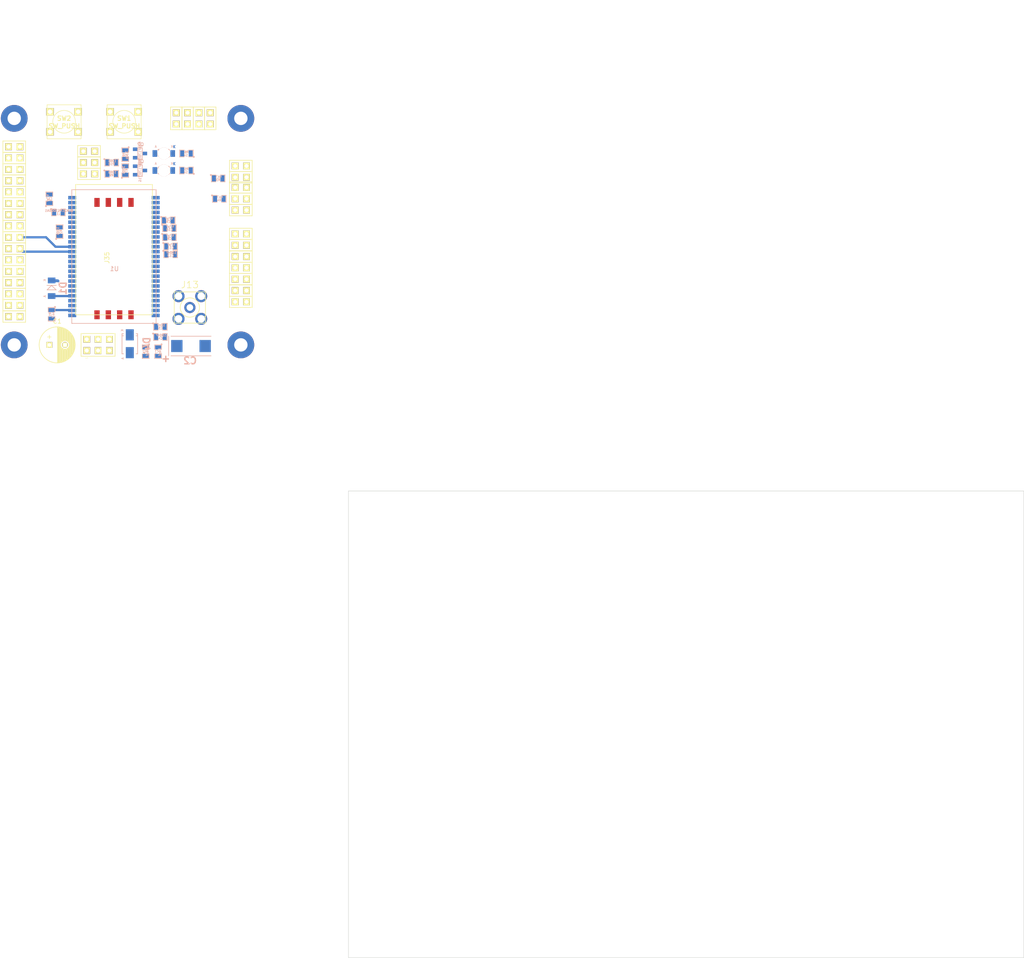
<source format=kicad_pcb>
(kicad_pcb (version 4) (host pcbnew "(2015-05-13 BZR 5653)-product")

  (general
    (links 159)
    (no_connects 155)
    (area -1.004999 -82.526 231.444001 132.384001)
    (thickness 1.6)
    (drawings 5)
    (tracks 13)
    (zones 0)
    (modules 74)
    (nets 49)
  )

  (page A4)
  (layers
    (0 F.Cu signal)
    (31 B.Cu signal)
    (32 B.Adhes user)
    (33 F.Adhes user)
    (34 B.Paste user)
    (35 F.Paste user)
    (36 B.SilkS user)
    (37 F.SilkS user)
    (38 B.Mask user)
    (39 F.Mask user)
    (40 Dwgs.User user)
    (41 Cmts.User user)
    (42 Eco1.User user)
    (43 Eco2.User user)
    (44 Edge.Cuts user)
    (45 Margin user)
    (46 B.CrtYd user)
    (47 F.CrtYd user)
    (48 B.Fab user)
    (49 F.Fab user)
  )

  (setup
    (last_trace_width 0.5)
    (user_trace_width 0.2)
    (user_trace_width 0.3)
    (user_trace_width 0.4)
    (user_trace_width 0.5)
    (user_trace_width 0.6)
    (user_trace_width 0.7)
    (trace_clearance 0.2)
    (zone_clearance 0.508)
    (zone_45_only no)
    (trace_min 0.2)
    (segment_width 0.2)
    (edge_width 0.1)
    (via_size 0.6)
    (via_drill 0.4)
    (via_min_size 0.4)
    (via_min_drill 0.3)
    (uvia_size 0.3)
    (uvia_drill 0.1)
    (uvias_allowed no)
    (uvia_min_size 0.2)
    (uvia_min_drill 0.1)
    (pcb_text_width 0.3)
    (pcb_text_size 1.5 1.5)
    (mod_edge_width 0.15)
    (mod_text_size 1 1)
    (mod_text_width 0.15)
    (pad_size 6 6)
    (pad_drill 3)
    (pad_to_mask_clearance 0)
    (aux_axis_origin 0 0)
    (visible_elements 7FFFFFFF)
    (pcbplotparams
      (layerselection 0x00030_80000001)
      (usegerberextensions false)
      (excludeedgelayer true)
      (linewidth 0.300000)
      (plotframeref false)
      (viasonmask false)
      (mode 1)
      (useauxorigin false)
      (hpglpennumber 1)
      (hpglpenspeed 20)
      (hpglpendiameter 15)
      (hpglpenoverlay 2)
      (psnegative false)
      (psa4output false)
      (plotreference true)
      (plotvalue true)
      (plotinvisibletext false)
      (padsonsilk false)
      (subtractmaskfromsilk false)
      (outputformat 1)
      (mirror false)
      (drillshape 1)
      (scaleselection 1)
      (outputdirectory ""))
  )

  (net 0 "")
  (net 1 GND)
  (net 2 "Net-(C1-Pad1)")
  (net 3 VCC)
  (net 4 /RESET)
  (net 5 "Net-(C8-Pad1)")
  (net 6 "Net-(C9-Pad1)")
  (net 7 "Net-(C10-Pad1)")
  (net 8 "Net-(C11-Pad1)")
  (net 9 /ADC1)
  (net 10 "Net-(D2-Pad1)")
  (net 11 "Net-(D2-Pad2)")
  (net 12 "Net-(D3-Pad1)")
  (net 13 "Net-(D3-Pad2)")
  (net 14 /PWR_ON)
  (net 15 /DSR)
  (net 16 /RI)
  (net 17 /DCD)
  (net 18 /DTR)
  (net 19 /RTS)
  (net 20 /CTS)
  (net 21 /TXD)
  (net 22 /RXD)
  (net 23 /HS_DET)
  (net 24 "Net-(J13-Pad1)")
  (net 25 /GPIO01)
  (net 26 /GPIO02)
  (net 27 /GPIO03)
  (net 28 /GPIO04)
  (net 29 /SPK_N)
  (net 30 /SPK_P)
  (net 31 /HS_P)
  (net 32 /I2S_RXD)
  (net 33 /I2S_CLK)
  (net 34 /I2S_TXD)
  (net 35 /I2S_WA)
  (net 36 /MIC_BIAS1)
  (net 37 /MIC_GND1)
  (net 38 /MIC_GND2)
  (net 39 /MIC_BIAS2)
  (net 40 "Net-(J30-Pad1)")
  (net 41 /SDA)
  (net 42 /SCL)
  (net 43 "Net-(J36-Pad2)")
  (net 44 "Net-(J37-Pad2)")
  (net 45 "Net-(L1-Pad2)")
  (net 46 "Net-(Q1-PadG)")
  (net 47 "Net-(Q2-PadG)")
  (net 48 /V_BCKP)

  (net_class Default "Toto je výchozí třída sítě."
    (clearance 0.2)
    (trace_width 0.25)
    (via_dia 0.6)
    (via_drill 0.4)
    (uvia_dia 0.3)
    (uvia_drill 0.1)
    (add_net /ADC1)
    (add_net /CTS)
    (add_net /DCD)
    (add_net /DSR)
    (add_net /DTR)
    (add_net /GPIO01)
    (add_net /GPIO02)
    (add_net /GPIO03)
    (add_net /GPIO04)
    (add_net /HS_DET)
    (add_net /HS_P)
    (add_net /I2S_CLK)
    (add_net /I2S_RXD)
    (add_net /I2S_TXD)
    (add_net /I2S_WA)
    (add_net /MIC_BIAS1)
    (add_net /MIC_BIAS2)
    (add_net /MIC_GND1)
    (add_net /MIC_GND2)
    (add_net /PWR_ON)
    (add_net /RESET)
    (add_net /RI)
    (add_net /RTS)
    (add_net /RXD)
    (add_net /SCL)
    (add_net /SDA)
    (add_net /SPK_N)
    (add_net /SPK_P)
    (add_net /TXD)
    (add_net /V_BCKP)
    (add_net GND)
    (add_net "Net-(C1-Pad1)")
    (add_net "Net-(C10-Pad1)")
    (add_net "Net-(C11-Pad1)")
    (add_net "Net-(C8-Pad1)")
    (add_net "Net-(C9-Pad1)")
    (add_net "Net-(D2-Pad1)")
    (add_net "Net-(D2-Pad2)")
    (add_net "Net-(D3-Pad1)")
    (add_net "Net-(D3-Pad2)")
    (add_net "Net-(J13-Pad1)")
    (add_net "Net-(J30-Pad1)")
    (add_net "Net-(J36-Pad2)")
    (add_net "Net-(J37-Pad2)")
    (add_net "Net-(L1-Pad2)")
    (add_net "Net-(Q1-PadG)")
    (add_net "Net-(Q2-PadG)")
    (add_net VCC)
  )

  (module Mlab_C:TantalC_SizeD_Reflow placed (layer B.Cu) (tedit 54BBE3ED) (tstamp 566ECE5F)
    (at 44.704 -4.826)
    (descr "Tantal Cap. , Size D, EIA-7343, Reflow,")
    (tags "Tantal Cap. , Size D, EIA-7343, Reflow,")
    (path /5667C1BB)
    (attr smd)
    (fp_text reference C2 (at -0.20066 3.29946) (layer B.SilkS)
      (effects (font (thickness 0.3048)) (justify mirror))
    )
    (fp_text value 330uF (at -0.09906 -3.59918) (layer B.SilkS) hide
      (effects (font (thickness 0.3048)) (justify mirror))
    )
    (fp_line (start -5.00126 2.19964) (end -5.00126 -2.19964) (layer B.SilkS) (width 0.15))
    (fp_line (start -4.50088 -2.19964) (end 4.50088 -2.19964) (layer B.SilkS) (width 0.15))
    (fp_line (start 4.50088 2.19964) (end -4.50088 2.19964) (layer B.SilkS) (width 0.15))
    (fp_text user + (at -5.6515 2.79908) (layer B.SilkS)
      (effects (font (thickness 0.3048)) (justify mirror))
    )
    (fp_line (start -5.65404 3.302) (end -5.65404 2.20218) (layer B.SilkS) (width 0.15))
    (fp_line (start -6.25348 2.80162) (end -5.0546 2.80162) (layer B.SilkS) (width 0.15))
    (pad 2 smd rect (at 3.175 0) (size 2.55016 2.70002) (layers B.Cu B.Paste B.Mask)
      (net 1 GND))
    (pad 1 smd rect (at -3.175 0) (size 2.55016 2.70002) (layers B.Cu B.Paste B.Mask)
      (net 3 VCC))
    (model MLAB_3D/Capacitors/c_tant_D.wrl
      (at (xyz 0 0 0))
      (scale (xyz 1 1 1))
      (rotate (xyz 0 0 180))
    )
  )

  (module Mlab_R:SMD-0805 placed (layer B.Cu) (tedit 54799E0C) (tstamp 566ECE65)
    (at 12.954 -37.846 90)
    (path /5668BD78)
    (attr smd)
    (fp_text reference C3 (at 0 0.3175 90) (layer B.SilkS)
      (effects (font (size 0.50038 0.50038) (thickness 0.10922)) (justify mirror))
    )
    (fp_text value 47pF (at 0.127 -0.381 90) (layer B.SilkS)
      (effects (font (size 0.50038 0.50038) (thickness 0.10922)) (justify mirror))
    )
    (fp_circle (center -1.651 -0.762) (end -1.651 -0.635) (layer B.SilkS) (width 0.15))
    (fp_line (start -0.508 -0.762) (end -1.524 -0.762) (layer B.SilkS) (width 0.15))
    (fp_line (start -1.524 -0.762) (end -1.524 0.762) (layer B.SilkS) (width 0.15))
    (fp_line (start -1.524 0.762) (end -0.508 0.762) (layer B.SilkS) (width 0.15))
    (fp_line (start 0.508 0.762) (end 1.524 0.762) (layer B.SilkS) (width 0.15))
    (fp_line (start 1.524 0.762) (end 1.524 -0.762) (layer B.SilkS) (width 0.15))
    (fp_line (start 1.524 -0.762) (end 0.508 -0.762) (layer B.SilkS) (width 0.15))
    (pad 1 smd rect (at -0.9525 0 90) (size 0.889 1.397) (layers B.Cu B.Paste B.Mask)
      (net 4 /RESET))
    (pad 2 smd rect (at 0.9525 0 90) (size 0.889 1.397) (layers B.Cu B.Paste B.Mask)
      (net 1 GND))
    (model MLAB_3D/Resistors/chip_cms.wrl
      (at (xyz 0 0 0))
      (scale (xyz 0.1 0.1 0.1))
      (rotate (xyz 0 0 0))
    )
  )

  (module Mlab_R:SMD-0805 placed (layer B.Cu) (tedit 54799E0C) (tstamp 566ECE6B)
    (at 37.846 -6.858)
    (path /5667C40C)
    (attr smd)
    (fp_text reference C4 (at 0 0.3175) (layer B.SilkS)
      (effects (font (size 0.50038 0.50038) (thickness 0.10922)) (justify mirror))
    )
    (fp_text value 100nF (at 0.127 -0.381) (layer B.SilkS)
      (effects (font (size 0.50038 0.50038) (thickness 0.10922)) (justify mirror))
    )
    (fp_circle (center -1.651 -0.762) (end -1.651 -0.635) (layer B.SilkS) (width 0.15))
    (fp_line (start -0.508 -0.762) (end -1.524 -0.762) (layer B.SilkS) (width 0.15))
    (fp_line (start -1.524 -0.762) (end -1.524 0.762) (layer B.SilkS) (width 0.15))
    (fp_line (start -1.524 0.762) (end -0.508 0.762) (layer B.SilkS) (width 0.15))
    (fp_line (start 0.508 0.762) (end 1.524 0.762) (layer B.SilkS) (width 0.15))
    (fp_line (start 1.524 0.762) (end 1.524 -0.762) (layer B.SilkS) (width 0.15))
    (fp_line (start 1.524 -0.762) (end 0.508 -0.762) (layer B.SilkS) (width 0.15))
    (pad 1 smd rect (at -0.9525 0) (size 0.889 1.397) (layers B.Cu B.Paste B.Mask)
      (net 3 VCC))
    (pad 2 smd rect (at 0.9525 0) (size 0.889 1.397) (layers B.Cu B.Paste B.Mask)
      (net 1 GND))
    (model MLAB_3D/Resistors/chip_cms.wrl
      (at (xyz 0 0 0))
      (scale (xyz 0.1 0.1 0.1))
      (rotate (xyz 0 0 0))
    )
  )

  (module Mlab_R:SMD-0805 placed (layer B.Cu) (tedit 54799E0C) (tstamp 566ECE71)
    (at 37.846 -9.144)
    (path /5667C48D)
    (attr smd)
    (fp_text reference C5 (at 0 0.3175) (layer B.SilkS)
      (effects (font (size 0.50038 0.50038) (thickness 0.10922)) (justify mirror))
    )
    (fp_text value 10nF (at 0.127 -0.381) (layer B.SilkS)
      (effects (font (size 0.50038 0.50038) (thickness 0.10922)) (justify mirror))
    )
    (fp_circle (center -1.651 -0.762) (end -1.651 -0.635) (layer B.SilkS) (width 0.15))
    (fp_line (start -0.508 -0.762) (end -1.524 -0.762) (layer B.SilkS) (width 0.15))
    (fp_line (start -1.524 -0.762) (end -1.524 0.762) (layer B.SilkS) (width 0.15))
    (fp_line (start -1.524 0.762) (end -0.508 0.762) (layer B.SilkS) (width 0.15))
    (fp_line (start 0.508 0.762) (end 1.524 0.762) (layer B.SilkS) (width 0.15))
    (fp_line (start 1.524 0.762) (end 1.524 -0.762) (layer B.SilkS) (width 0.15))
    (fp_line (start 1.524 -0.762) (end 0.508 -0.762) (layer B.SilkS) (width 0.15))
    (pad 1 smd rect (at -0.9525 0) (size 0.889 1.397) (layers B.Cu B.Paste B.Mask)
      (net 3 VCC))
    (pad 2 smd rect (at 0.9525 0) (size 0.889 1.397) (layers B.Cu B.Paste B.Mask)
      (net 1 GND))
    (model MLAB_3D/Resistors/chip_cms.wrl
      (at (xyz 0 0 0))
      (scale (xyz 0.1 0.1 0.1))
      (rotate (xyz 0 0 0))
    )
  )

  (module Mlab_R:SMD-0805 placed (layer B.Cu) (tedit 54799E0C) (tstamp 566ECE77)
    (at 34.544 -3.556 270)
    (path /5667C4B5)
    (attr smd)
    (fp_text reference C6 (at 0 0.3175 270) (layer B.SilkS)
      (effects (font (size 0.50038 0.50038) (thickness 0.10922)) (justify mirror))
    )
    (fp_text value 39pF (at 0.127 -0.381 270) (layer B.SilkS)
      (effects (font (size 0.50038 0.50038) (thickness 0.10922)) (justify mirror))
    )
    (fp_circle (center -1.651 -0.762) (end -1.651 -0.635) (layer B.SilkS) (width 0.15))
    (fp_line (start -0.508 -0.762) (end -1.524 -0.762) (layer B.SilkS) (width 0.15))
    (fp_line (start -1.524 -0.762) (end -1.524 0.762) (layer B.SilkS) (width 0.15))
    (fp_line (start -1.524 0.762) (end -0.508 0.762) (layer B.SilkS) (width 0.15))
    (fp_line (start 0.508 0.762) (end 1.524 0.762) (layer B.SilkS) (width 0.15))
    (fp_line (start 1.524 0.762) (end 1.524 -0.762) (layer B.SilkS) (width 0.15))
    (fp_line (start 1.524 -0.762) (end 0.508 -0.762) (layer B.SilkS) (width 0.15))
    (pad 1 smd rect (at -0.9525 0 270) (size 0.889 1.397) (layers B.Cu B.Paste B.Mask)
      (net 3 VCC))
    (pad 2 smd rect (at 0.9525 0 270) (size 0.889 1.397) (layers B.Cu B.Paste B.Mask)
      (net 1 GND))
    (model MLAB_3D/Resistors/chip_cms.wrl
      (at (xyz 0 0 0))
      (scale (xyz 0.1 0.1 0.1))
      (rotate (xyz 0 0 0))
    )
  )

  (module Mlab_R:SMD-0805 placed (layer B.Cu) (tedit 54799E0C) (tstamp 566ECE7D)
    (at 37.338 -3.556 270)
    (path /5667C4E3)
    (attr smd)
    (fp_text reference C7 (at 0 0.3175 270) (layer B.SilkS)
      (effects (font (size 0.50038 0.50038) (thickness 0.10922)) (justify mirror))
    )
    (fp_text value 10pF (at 0.127 -0.381 270) (layer B.SilkS)
      (effects (font (size 0.50038 0.50038) (thickness 0.10922)) (justify mirror))
    )
    (fp_circle (center -1.651 -0.762) (end -1.651 -0.635) (layer B.SilkS) (width 0.15))
    (fp_line (start -0.508 -0.762) (end -1.524 -0.762) (layer B.SilkS) (width 0.15))
    (fp_line (start -1.524 -0.762) (end -1.524 0.762) (layer B.SilkS) (width 0.15))
    (fp_line (start -1.524 0.762) (end -0.508 0.762) (layer B.SilkS) (width 0.15))
    (fp_line (start 0.508 0.762) (end 1.524 0.762) (layer B.SilkS) (width 0.15))
    (fp_line (start 1.524 0.762) (end 1.524 -0.762) (layer B.SilkS) (width 0.15))
    (fp_line (start 1.524 -0.762) (end 0.508 -0.762) (layer B.SilkS) (width 0.15))
    (pad 1 smd rect (at -0.9525 0 270) (size 0.889 1.397) (layers B.Cu B.Paste B.Mask)
      (net 3 VCC))
    (pad 2 smd rect (at 0.9525 0 270) (size 0.889 1.397) (layers B.Cu B.Paste B.Mask)
      (net 1 GND))
    (model MLAB_3D/Resistors/chip_cms.wrl
      (at (xyz 0 0 0))
      (scale (xyz 0.1 0.1 0.1))
      (rotate (xyz 0 0 0))
    )
  )

  (module Mlab_R:SMD-0805 placed (layer B.Cu) (tedit 54799E0C) (tstamp 566ECE83)
    (at 39.878 -29.21)
    (path /566A751D)
    (attr smd)
    (fp_text reference C8 (at 0 0.3175) (layer B.SilkS)
      (effects (font (size 0.50038 0.50038) (thickness 0.10922)) (justify mirror))
    )
    (fp_text value 47pF (at 0.127 -0.381) (layer B.SilkS)
      (effects (font (size 0.50038 0.50038) (thickness 0.10922)) (justify mirror))
    )
    (fp_circle (center -1.651 -0.762) (end -1.651 -0.635) (layer B.SilkS) (width 0.15))
    (fp_line (start -0.508 -0.762) (end -1.524 -0.762) (layer B.SilkS) (width 0.15))
    (fp_line (start -1.524 -0.762) (end -1.524 0.762) (layer B.SilkS) (width 0.15))
    (fp_line (start -1.524 0.762) (end -0.508 0.762) (layer B.SilkS) (width 0.15))
    (fp_line (start 0.508 0.762) (end 1.524 0.762) (layer B.SilkS) (width 0.15))
    (fp_line (start 1.524 0.762) (end 1.524 -0.762) (layer B.SilkS) (width 0.15))
    (fp_line (start 1.524 -0.762) (end 0.508 -0.762) (layer B.SilkS) (width 0.15))
    (pad 1 smd rect (at -0.9525 0) (size 0.889 1.397) (layers B.Cu B.Paste B.Mask)
      (net 5 "Net-(C8-Pad1)"))
    (pad 2 smd rect (at 0.9525 0) (size 0.889 1.397) (layers B.Cu B.Paste B.Mask)
      (net 1 GND))
    (model MLAB_3D/Resistors/chip_cms.wrl
      (at (xyz 0 0 0))
      (scale (xyz 0.1 0.1 0.1))
      (rotate (xyz 0 0 0))
    )
  )

  (module Mlab_R:SMD-0805 placed (layer B.Cu) (tedit 54799E0C) (tstamp 566ECE89)
    (at 39.624 -33.02)
    (path /566A9DBF)
    (attr smd)
    (fp_text reference C9 (at 0 0.3175) (layer B.SilkS)
      (effects (font (size 0.50038 0.50038) (thickness 0.10922)) (justify mirror))
    )
    (fp_text value 47pF (at 0.127 -0.381) (layer B.SilkS)
      (effects (font (size 0.50038 0.50038) (thickness 0.10922)) (justify mirror))
    )
    (fp_circle (center -1.651 -0.762) (end -1.651 -0.635) (layer B.SilkS) (width 0.15))
    (fp_line (start -0.508 -0.762) (end -1.524 -0.762) (layer B.SilkS) (width 0.15))
    (fp_line (start -1.524 -0.762) (end -1.524 0.762) (layer B.SilkS) (width 0.15))
    (fp_line (start -1.524 0.762) (end -0.508 0.762) (layer B.SilkS) (width 0.15))
    (fp_line (start 0.508 0.762) (end 1.524 0.762) (layer B.SilkS) (width 0.15))
    (fp_line (start 1.524 0.762) (end 1.524 -0.762) (layer B.SilkS) (width 0.15))
    (fp_line (start 1.524 -0.762) (end 0.508 -0.762) (layer B.SilkS) (width 0.15))
    (pad 1 smd rect (at -0.9525 0) (size 0.889 1.397) (layers B.Cu B.Paste B.Mask)
      (net 6 "Net-(C9-Pad1)"))
    (pad 2 smd rect (at 0.9525 0) (size 0.889 1.397) (layers B.Cu B.Paste B.Mask)
      (net 1 GND))
    (model MLAB_3D/Resistors/chip_cms.wrl
      (at (xyz 0 0 0))
      (scale (xyz 0.1 0.1 0.1))
      (rotate (xyz 0 0 0))
    )
  )

  (module Mlab_R:SMD-0805 placed (layer B.Cu) (tedit 54799E0C) (tstamp 566ECE8F)
    (at 39.878 -31.242)
    (path /566A9E79)
    (attr smd)
    (fp_text reference C10 (at 0 0.3175) (layer B.SilkS)
      (effects (font (size 0.50038 0.50038) (thickness 0.10922)) (justify mirror))
    )
    (fp_text value 47pF (at 0.127 -0.381) (layer B.SilkS)
      (effects (font (size 0.50038 0.50038) (thickness 0.10922)) (justify mirror))
    )
    (fp_circle (center -1.651 -0.762) (end -1.651 -0.635) (layer B.SilkS) (width 0.15))
    (fp_line (start -0.508 -0.762) (end -1.524 -0.762) (layer B.SilkS) (width 0.15))
    (fp_line (start -1.524 -0.762) (end -1.524 0.762) (layer B.SilkS) (width 0.15))
    (fp_line (start -1.524 0.762) (end -0.508 0.762) (layer B.SilkS) (width 0.15))
    (fp_line (start 0.508 0.762) (end 1.524 0.762) (layer B.SilkS) (width 0.15))
    (fp_line (start 1.524 0.762) (end 1.524 -0.762) (layer B.SilkS) (width 0.15))
    (fp_line (start 1.524 -0.762) (end 0.508 -0.762) (layer B.SilkS) (width 0.15))
    (pad 1 smd rect (at -0.9525 0) (size 0.889 1.397) (layers B.Cu B.Paste B.Mask)
      (net 7 "Net-(C10-Pad1)"))
    (pad 2 smd rect (at 0.9525 0) (size 0.889 1.397) (layers B.Cu B.Paste B.Mask)
      (net 1 GND))
    (model MLAB_3D/Resistors/chip_cms.wrl
      (at (xyz 0 0 0))
      (scale (xyz 0.1 0.1 0.1))
      (rotate (xyz 0 0 0))
    )
  )

  (module Mlab_R:SMD-0805 placed (layer B.Cu) (tedit 54799E0C) (tstamp 566ECE95)
    (at 40.132 -27.178)
    (path /566A9F39)
    (attr smd)
    (fp_text reference C11 (at 0 0.3175) (layer B.SilkS)
      (effects (font (size 0.50038 0.50038) (thickness 0.10922)) (justify mirror))
    )
    (fp_text value 47pF (at 0.127 -0.381) (layer B.SilkS)
      (effects (font (size 0.50038 0.50038) (thickness 0.10922)) (justify mirror))
    )
    (fp_circle (center -1.651 -0.762) (end -1.651 -0.635) (layer B.SilkS) (width 0.15))
    (fp_line (start -0.508 -0.762) (end -1.524 -0.762) (layer B.SilkS) (width 0.15))
    (fp_line (start -1.524 -0.762) (end -1.524 0.762) (layer B.SilkS) (width 0.15))
    (fp_line (start -1.524 0.762) (end -0.508 0.762) (layer B.SilkS) (width 0.15))
    (fp_line (start 0.508 0.762) (end 1.524 0.762) (layer B.SilkS) (width 0.15))
    (fp_line (start 1.524 0.762) (end 1.524 -0.762) (layer B.SilkS) (width 0.15))
    (fp_line (start 1.524 -0.762) (end 0.508 -0.762) (layer B.SilkS) (width 0.15))
    (pad 1 smd rect (at -0.9525 0) (size 0.889 1.397) (layers B.Cu B.Paste B.Mask)
      (net 8 "Net-(C11-Pad1)"))
    (pad 2 smd rect (at 0.9525 0) (size 0.889 1.397) (layers B.Cu B.Paste B.Mask)
      (net 1 GND))
    (model MLAB_3D/Resistors/chip_cms.wrl
      (at (xyz 0 0 0))
      (scale (xyz 0.1 0.1 0.1))
      (rotate (xyz 0 0 0))
    )
  )

  (module Mlab_R:SMD-0805 placed (layer B.Cu) (tedit 54799E0C) (tstamp 566ECE9B)
    (at 40.132 -25.4)
    (path /566AA34C)
    (attr smd)
    (fp_text reference C12 (at 0 0.3175) (layer B.SilkS)
      (effects (font (size 0.50038 0.50038) (thickness 0.10922)) (justify mirror))
    )
    (fp_text value 100nF (at 0.127 -0.381) (layer B.SilkS)
      (effects (font (size 0.50038 0.50038) (thickness 0.10922)) (justify mirror))
    )
    (fp_circle (center -1.651 -0.762) (end -1.651 -0.635) (layer B.SilkS) (width 0.15))
    (fp_line (start -0.508 -0.762) (end -1.524 -0.762) (layer B.SilkS) (width 0.15))
    (fp_line (start -1.524 -0.762) (end -1.524 0.762) (layer B.SilkS) (width 0.15))
    (fp_line (start -1.524 0.762) (end -0.508 0.762) (layer B.SilkS) (width 0.15))
    (fp_line (start 0.508 0.762) (end 1.524 0.762) (layer B.SilkS) (width 0.15))
    (fp_line (start 1.524 0.762) (end 1.524 -0.762) (layer B.SilkS) (width 0.15))
    (fp_line (start 1.524 -0.762) (end 0.508 -0.762) (layer B.SilkS) (width 0.15))
    (pad 1 smd rect (at -0.9525 0) (size 0.889 1.397) (layers B.Cu B.Paste B.Mask)
      (net 8 "Net-(C11-Pad1)"))
    (pad 2 smd rect (at 0.9525 0) (size 0.889 1.397) (layers B.Cu B.Paste B.Mask)
      (net 1 GND))
    (model MLAB_3D/Resistors/chip_cms.wrl
      (at (xyz 0 0 0))
      (scale (xyz 0.1 0.1 0.1))
      (rotate (xyz 0 0 0))
    )
  )

  (module Mlab_D:Diode-MiniMELF_Standard placed (layer B.Cu) (tedit 547999ED) (tstamp 566ECEA1)
    (at 13.462 -17.78 90)
    (descr "Diode Mini-MELF Standard")
    (tags "Diode Mini-MELF Standard")
    (path /56692D4B)
    (attr smd)
    (fp_text reference D1 (at 0 2.54 90) (layer B.SilkS)
      (effects (font (thickness 0.3048)) (justify mirror))
    )
    (fp_text value BZV55C-3,6V (at 0 -3.81 90) (layer B.SilkS) hide
      (effects (font (thickness 0.3048)) (justify mirror))
    )
    (fp_line (start 0.65024 -0.0508) (end -0.35052 1.00076) (layer B.SilkS) (width 0.15))
    (fp_line (start -0.35052 1.00076) (end -0.35052 -1.00076) (layer B.SilkS) (width 0.15))
    (fp_line (start -0.35052 -1.00076) (end 0.65024 0) (layer B.SilkS) (width 0.15))
    (fp_line (start 0.65024 1.04902) (end 0.65024 -1.04902) (layer B.SilkS) (width 0.15))
    (fp_text user A (at -1.80086 -1.5494 90) (layer B.SilkS)
      (effects (font (size 0.50038 0.50038) (thickness 0.09906)) (justify mirror))
    )
    (fp_text user K (at 1.80086 -1.5494 90) (layer B.SilkS)
      (effects (font (size 0.50038 0.50038) (thickness 0.09906)) (justify mirror))
    )
    (fp_circle (center 0 0) (end 0 -0.55118) (layer B.Adhes) (width 0.381))
    (fp_circle (center 0 0) (end 0 -0.20066) (layer B.Adhes) (width 0.381))
    (pad 1 smd rect (at -1.75006 0 90) (size 1.30048 1.69926) (layers B.Cu B.Paste B.Mask)
      (net 9 /ADC1))
    (pad 2 smd rect (at 1.75006 0 90) (size 1.30048 1.69926) (layers B.Cu B.Paste B.Mask)
      (net 1 GND))
    (model MLAB_3D/Diodes/MiniMELF_DO213AA.wrl
      (at (xyz 0 0 0))
      (scale (xyz 0.3937 0.3937 0.3937))
      (rotate (xyz 0 0 0))
    )
  )

  (module Mlab_D:LED_1206 placed (layer B.Cu) (tedit 565E87C9) (tstamp 566ECEA8)
    (at 38.608 -44.196)
    (descr "Diode Mini-MELF Standard")
    (tags "Diode Mini-MELF Standard")
    (path /566969CB)
    (attr smd)
    (fp_text reference D2 (at 0 0) (layer B.SilkS)
      (effects (font (thickness 0.3048)) (justify mirror))
    )
    (fp_text value LED (at 0 -3.81) (layer B.SilkS) hide
      (effects (font (thickness 0.3048)) (justify mirror))
    )
    (fp_line (start 2.21488 -1.50622) (end 2.53492 -1.81102) (layer B.Cu) (width 0.15))
    (fp_line (start 2.25298 -1.52146) (end 2.5273 -1.24968) (layer B.Cu) (width 0.15))
    (fp_line (start 2.2225 -1.24968) (end 2.21742 -1.81864) (layer B.Cu) (width 0.15))
    (fp_text user A (at -1.80086 -1.5494) (layer B.SilkS)
      (effects (font (size 0.50038 0.50038) (thickness 0.09906)) (justify mirror))
    )
    (fp_text user K (at 1.80086 -1.5494) (layer B.SilkS)
      (effects (font (size 0.50038 0.50038) (thickness 0.09906)) (justify mirror))
    )
    (pad 1 smd rect (at -2 0) (size 1.05 1.5) (layers B.Cu B.Paste B.Mask)
      (net 10 "Net-(D2-Pad1)"))
    (pad 2 smd rect (at 2 0) (size 1.05 1.5) (layers B.Cu B.Paste B.Mask)
      (net 11 "Net-(D2-Pad2)"))
    (pad "" np_thru_hole circle (at 0 0) (size 2.7 2.7) (drill 2.7) (layers *.Cu *.Mask B.SilkS))
    (model MLAB_3D/Diodes/MiniMELF_DO213AA.wrl
      (at (xyz 0 0 0))
      (scale (xyz 0.3937 0.3937 0.3937))
      (rotate (xyz 0 0 0))
    )
  )

  (module Mlab_D:LED_1206 placed (layer B.Cu) (tedit 565E87C9) (tstamp 566ECEAF)
    (at 38.608 -48.006)
    (descr "Diode Mini-MELF Standard")
    (tags "Diode Mini-MELF Standard")
    (path /5669EA6D)
    (attr smd)
    (fp_text reference D3 (at 0 0) (layer B.SilkS)
      (effects (font (thickness 0.3048)) (justify mirror))
    )
    (fp_text value LED (at 0 -3.81) (layer B.SilkS) hide
      (effects (font (thickness 0.3048)) (justify mirror))
    )
    (fp_line (start 2.21488 -1.50622) (end 2.53492 -1.81102) (layer B.Cu) (width 0.15))
    (fp_line (start 2.25298 -1.52146) (end 2.5273 -1.24968) (layer B.Cu) (width 0.15))
    (fp_line (start 2.2225 -1.24968) (end 2.21742 -1.81864) (layer B.Cu) (width 0.15))
    (fp_text user A (at -1.80086 -1.5494) (layer B.SilkS)
      (effects (font (size 0.50038 0.50038) (thickness 0.09906)) (justify mirror))
    )
    (fp_text user K (at 1.80086 -1.5494) (layer B.SilkS)
      (effects (font (size 0.50038 0.50038) (thickness 0.09906)) (justify mirror))
    )
    (pad 1 smd rect (at -2 0) (size 1.05 1.5) (layers B.Cu B.Paste B.Mask)
      (net 12 "Net-(D3-Pad1)"))
    (pad 2 smd rect (at 2 0) (size 1.05 1.5) (layers B.Cu B.Paste B.Mask)
      (net 13 "Net-(D3-Pad2)"))
    (pad "" np_thru_hole circle (at 0 0) (size 2.7 2.7) (drill 2.7) (layers *.Cu *.Mask B.SilkS))
    (model MLAB_3D/Diodes/MiniMELF_DO213AA.wrl
      (at (xyz 0 0 0))
      (scale (xyz 0.3937 0.3937 0.3937))
      (rotate (xyz 0 0 0))
    )
  )

  (module Mlab_D:Diode-SMA_Standard placed (layer B.Cu) (tedit 54799A7E) (tstamp 566ECEB5)
    (at 30.988 -5.334 90)
    (descr "Diode SMA")
    (tags "Diode SMA")
    (path /566B12A8)
    (attr smd)
    (fp_text reference D4 (at 0 3.81 90) (layer B.SilkS)
      (effects (font (thickness 0.3048)) (justify mirror))
    )
    (fp_text value M4 (at 0 -3.81 90) (layer B.SilkS) hide
      (effects (font (thickness 0.3048)) (justify mirror))
    )
    (fp_text user A (at -3.29946 -1.6002 90) (layer B.SilkS)
      (effects (font (size 0.50038 0.50038) (thickness 0.09906)) (justify mirror))
    )
    (fp_text user K (at 2.99974 -1.69926 90) (layer B.SilkS)
      (effects (font (size 0.50038 0.50038) (thickness 0.09906)) (justify mirror))
    )
    (fp_circle (center 0 0) (end 0.20066 0.0508) (layer B.Adhes) (width 0.381))
    (fp_line (start 1.80086 -1.75006) (end 1.80086 -1.39954) (layer B.SilkS) (width 0.15))
    (fp_line (start 1.80086 1.75006) (end 1.80086 1.39954) (layer B.SilkS) (width 0.15))
    (fp_line (start 2.25044 -1.75006) (end 2.25044 -1.39954) (layer B.SilkS) (width 0.15))
    (fp_line (start -2.25044 -1.75006) (end -2.25044 -1.39954) (layer B.SilkS) (width 0.15))
    (fp_line (start -2.25044 1.75006) (end -2.25044 1.39954) (layer B.SilkS) (width 0.15))
    (fp_line (start 2.25044 1.75006) (end 2.25044 1.39954) (layer B.SilkS) (width 0.15))
    (fp_line (start -2.25044 -1.75006) (end 2.25044 -1.75006) (layer B.SilkS) (width 0.15))
    (fp_line (start -2.25044 1.75006) (end 2.25044 1.75006) (layer B.SilkS) (width 0.15))
    (pad 1 smd rect (at -1.99898 0 90) (size 2.49936 1.80086) (layers B.Cu B.Paste B.Mask)
      (net 1 GND))
    (pad 2 smd rect (at 1.99898 0 90) (size 2.49936 1.80086) (layers B.Cu B.Paste B.Mask)
      (net 3 VCC))
    (model MLAB_3D/Diodes/SMA.wrl
      (at (xyz 0 0 0))
      (scale (xyz 0.3937 0.3937 0.3937))
      (rotate (xyz 0 0 0))
    )
  )

  (module Mlab_Pin_Headers:Straight_1x02 placed (layer F.Cu) (tedit 5535DB0D) (tstamp 566ECEBB)
    (at 5.08 -36.83 90)
    (descr "pin header straight 1x02")
    (tags "pin header straight 1x02")
    (path /5668E967)
    (fp_text reference J1 (at 0 -3.81 90) (layer F.SilkS) hide
      (effects (font (size 1.5 1.5) (thickness 0.15)))
    )
    (fp_text value JUMP_2x1 (at 0 3.81 90) (layer F.SilkS) hide
      (effects (font (size 1.5 1.5) (thickness 0.15)))
    )
    (fp_text user 1 (at -1.651 -1.27 90) (layer F.SilkS) hide
      (effects (font (size 0.5 0.5) (thickness 0.05)))
    )
    (fp_line (start -1.27 -2.54) (end 1.27 -2.54) (layer F.SilkS) (width 0.15))
    (fp_line (start 1.27 -2.54) (end 1.27 2.54) (layer F.SilkS) (width 0.15))
    (fp_line (start 1.27 2.54) (end -1.27 2.54) (layer F.SilkS) (width 0.15))
    (fp_line (start -1.27 2.54) (end -1.27 -2.54) (layer F.SilkS) (width 0.15))
    (pad 2 thru_hole rect (at 0 1.27 90) (size 1.524 1.524) (drill 0.889) (layers *.Cu *.Mask F.SilkS)
      (net 14 /PWR_ON))
    (pad 1 thru_hole rect (at 0 -1.27 90) (size 1.524 1.524) (drill 0.889) (layers *.Cu *.Mask F.SilkS)
      (net 14 /PWR_ON))
    (model Pin_Headers/Pin_Header_Straight_1x02.wrl
      (at (xyz 0 0 0))
      (scale (xyz 1 1 1))
      (rotate (xyz 0 0 90))
    )
  )

  (module Mlab_Pin_Headers:Straight_1x02 (layer F.Cu) (tedit 5535DB0D) (tstamp 566ECEC1)
    (at 5.08 -39.37 90)
    (descr "pin header straight 1x02")
    (tags "pin header straight 1x02")
    (path /5668CA59)
    (fp_text reference J2 (at 0 -3.81 90) (layer F.SilkS) hide
      (effects (font (size 1.5 1.5) (thickness 0.15)))
    )
    (fp_text value JUMP_2x1 (at 0 3.81 90) (layer F.SilkS) hide
      (effects (font (size 1.5 1.5) (thickness 0.15)))
    )
    (fp_text user 1 (at -1.651 -1.27 90) (layer F.SilkS) hide
      (effects (font (size 0.5 0.5) (thickness 0.05)))
    )
    (fp_line (start -1.27 -2.54) (end 1.27 -2.54) (layer F.SilkS) (width 0.15))
    (fp_line (start 1.27 -2.54) (end 1.27 2.54) (layer F.SilkS) (width 0.15))
    (fp_line (start 1.27 2.54) (end -1.27 2.54) (layer F.SilkS) (width 0.15))
    (fp_line (start -1.27 2.54) (end -1.27 -2.54) (layer F.SilkS) (width 0.15))
    (pad 2 thru_hole rect (at 0 1.27 90) (size 1.524 1.524) (drill 0.889) (layers *.Cu *.Mask F.SilkS)
      (net 4 /RESET))
    (pad 1 thru_hole rect (at 0 -1.27 90) (size 1.524 1.524) (drill 0.889) (layers *.Cu *.Mask F.SilkS)
      (net 4 /RESET))
    (model Pin_Headers/Pin_Header_Straight_1x02.wrl
      (at (xyz 0 0 0))
      (scale (xyz 1 1 1))
      (rotate (xyz 0 0 90))
    )
  )

  (module Mlab_Pin_Headers:Straight_1x02 placed (layer F.Cu) (tedit 5535DB0D) (tstamp 566ECEC7)
    (at 5.08 -13.97 90)
    (descr "pin header straight 1x02")
    (tags "pin header straight 1x02")
    (path /5667EEE3)
    (fp_text reference J3 (at 0 -3.81 90) (layer F.SilkS) hide
      (effects (font (size 1.5 1.5) (thickness 0.15)))
    )
    (fp_text value JUMP_2x1 (at 0 3.81 90) (layer F.SilkS) hide
      (effects (font (size 1.5 1.5) (thickness 0.15)))
    )
    (fp_text user 1 (at -1.651 -1.27 90) (layer F.SilkS) hide
      (effects (font (size 0.5 0.5) (thickness 0.05)))
    )
    (fp_line (start -1.27 -2.54) (end 1.27 -2.54) (layer F.SilkS) (width 0.15))
    (fp_line (start 1.27 -2.54) (end 1.27 2.54) (layer F.SilkS) (width 0.15))
    (fp_line (start 1.27 2.54) (end -1.27 2.54) (layer F.SilkS) (width 0.15))
    (fp_line (start -1.27 2.54) (end -1.27 -2.54) (layer F.SilkS) (width 0.15))
    (pad 2 thru_hole rect (at 0 1.27 90) (size 1.524 1.524) (drill 0.889) (layers *.Cu *.Mask F.SilkS)
      (net 15 /DSR))
    (pad 1 thru_hole rect (at 0 -1.27 90) (size 1.524 1.524) (drill 0.889) (layers *.Cu *.Mask F.SilkS)
      (net 15 /DSR))
    (model Pin_Headers/Pin_Header_Straight_1x02.wrl
      (at (xyz 0 0 0))
      (scale (xyz 1 1 1))
      (rotate (xyz 0 0 90))
    )
  )

  (module Mlab_Pin_Headers:Straight_1x02 placed (layer F.Cu) (tedit 5535DB0D) (tstamp 566ECECD)
    (at 5.08 -16.51 90)
    (descr "pin header straight 1x02")
    (tags "pin header straight 1x02")
    (path /5667E302)
    (fp_text reference J4 (at 0 -3.81 90) (layer F.SilkS) hide
      (effects (font (size 1.5 1.5) (thickness 0.15)))
    )
    (fp_text value JUMP_2x1 (at 0 3.81 90) (layer F.SilkS) hide
      (effects (font (size 1.5 1.5) (thickness 0.15)))
    )
    (fp_text user 1 (at -1.651 -1.27 90) (layer F.SilkS) hide
      (effects (font (size 0.5 0.5) (thickness 0.05)))
    )
    (fp_line (start -1.27 -2.54) (end 1.27 -2.54) (layer F.SilkS) (width 0.15))
    (fp_line (start 1.27 -2.54) (end 1.27 2.54) (layer F.SilkS) (width 0.15))
    (fp_line (start 1.27 2.54) (end -1.27 2.54) (layer F.SilkS) (width 0.15))
    (fp_line (start -1.27 2.54) (end -1.27 -2.54) (layer F.SilkS) (width 0.15))
    (pad 2 thru_hole rect (at 0 1.27 90) (size 1.524 1.524) (drill 0.889) (layers *.Cu *.Mask F.SilkS)
      (net 16 /RI))
    (pad 1 thru_hole rect (at 0 -1.27 90) (size 1.524 1.524) (drill 0.889) (layers *.Cu *.Mask F.SilkS)
      (net 16 /RI))
    (model Pin_Headers/Pin_Header_Straight_1x02.wrl
      (at (xyz 0 0 0))
      (scale (xyz 1 1 1))
      (rotate (xyz 0 0 90))
    )
  )

  (module Mlab_Pin_Headers:Straight_1x02 placed (layer F.Cu) (tedit 5535DB0D) (tstamp 566ECED3)
    (at 5.08 -19.05 90)
    (descr "pin header straight 1x02")
    (tags "pin header straight 1x02")
    (path /5667ED67)
    (fp_text reference J5 (at 0 -3.81 90) (layer F.SilkS) hide
      (effects (font (size 1.5 1.5) (thickness 0.15)))
    )
    (fp_text value JUMP_2x1 (at 0 3.81 90) (layer F.SilkS) hide
      (effects (font (size 1.5 1.5) (thickness 0.15)))
    )
    (fp_text user 1 (at -1.651 -1.27 90) (layer F.SilkS) hide
      (effects (font (size 0.5 0.5) (thickness 0.05)))
    )
    (fp_line (start -1.27 -2.54) (end 1.27 -2.54) (layer F.SilkS) (width 0.15))
    (fp_line (start 1.27 -2.54) (end 1.27 2.54) (layer F.SilkS) (width 0.15))
    (fp_line (start 1.27 2.54) (end -1.27 2.54) (layer F.SilkS) (width 0.15))
    (fp_line (start -1.27 2.54) (end -1.27 -2.54) (layer F.SilkS) (width 0.15))
    (pad 2 thru_hole rect (at 0 1.27 90) (size 1.524 1.524) (drill 0.889) (layers *.Cu *.Mask F.SilkS)
      (net 17 /DCD))
    (pad 1 thru_hole rect (at 0 -1.27 90) (size 1.524 1.524) (drill 0.889) (layers *.Cu *.Mask F.SilkS)
      (net 17 /DCD))
    (model Pin_Headers/Pin_Header_Straight_1x02.wrl
      (at (xyz 0 0 0))
      (scale (xyz 1 1 1))
      (rotate (xyz 0 0 90))
    )
  )

  (module Mlab_Pin_Headers:Straight_1x02 placed (layer F.Cu) (tedit 5535DB0D) (tstamp 566ECED9)
    (at 5.08 -21.59 90)
    (descr "pin header straight 1x02")
    (tags "pin header straight 1x02")
    (path /5667EC37)
    (fp_text reference J6 (at 0 -3.81 90) (layer F.SilkS) hide
      (effects (font (size 1.5 1.5) (thickness 0.15)))
    )
    (fp_text value JUMP_2x1 (at 0 3.81 90) (layer F.SilkS) hide
      (effects (font (size 1.5 1.5) (thickness 0.15)))
    )
    (fp_text user 1 (at -1.651 -1.27 90) (layer F.SilkS) hide
      (effects (font (size 0.5 0.5) (thickness 0.05)))
    )
    (fp_line (start -1.27 -2.54) (end 1.27 -2.54) (layer F.SilkS) (width 0.15))
    (fp_line (start 1.27 -2.54) (end 1.27 2.54) (layer F.SilkS) (width 0.15))
    (fp_line (start 1.27 2.54) (end -1.27 2.54) (layer F.SilkS) (width 0.15))
    (fp_line (start -1.27 2.54) (end -1.27 -2.54) (layer F.SilkS) (width 0.15))
    (pad 2 thru_hole rect (at 0 1.27 90) (size 1.524 1.524) (drill 0.889) (layers *.Cu *.Mask F.SilkS)
      (net 18 /DTR))
    (pad 1 thru_hole rect (at 0 -1.27 90) (size 1.524 1.524) (drill 0.889) (layers *.Cu *.Mask F.SilkS)
      (net 18 /DTR))
    (model Pin_Headers/Pin_Header_Straight_1x02.wrl
      (at (xyz 0 0 0))
      (scale (xyz 1 1 1))
      (rotate (xyz 0 0 90))
    )
  )

  (module Mlab_Pin_Headers:Straight_1x02 placed (layer F.Cu) (tedit 5535DB0D) (tstamp 566ECEDF)
    (at 5.08 -24.13 90)
    (descr "pin header straight 1x02")
    (tags "pin header straight 1x02")
    (path /5667EACB)
    (fp_text reference J7 (at 0 -3.81 90) (layer F.SilkS) hide
      (effects (font (size 1.5 1.5) (thickness 0.15)))
    )
    (fp_text value JUMP_2x1 (at 0 3.81 90) (layer F.SilkS) hide
      (effects (font (size 1.5 1.5) (thickness 0.15)))
    )
    (fp_text user 1 (at -1.651 -1.27 90) (layer F.SilkS) hide
      (effects (font (size 0.5 0.5) (thickness 0.05)))
    )
    (fp_line (start -1.27 -2.54) (end 1.27 -2.54) (layer F.SilkS) (width 0.15))
    (fp_line (start 1.27 -2.54) (end 1.27 2.54) (layer F.SilkS) (width 0.15))
    (fp_line (start 1.27 2.54) (end -1.27 2.54) (layer F.SilkS) (width 0.15))
    (fp_line (start -1.27 2.54) (end -1.27 -2.54) (layer F.SilkS) (width 0.15))
    (pad 2 thru_hole rect (at 0 1.27 90) (size 1.524 1.524) (drill 0.889) (layers *.Cu *.Mask F.SilkS)
      (net 19 /RTS))
    (pad 1 thru_hole rect (at 0 -1.27 90) (size 1.524 1.524) (drill 0.889) (layers *.Cu *.Mask F.SilkS)
      (net 19 /RTS))
    (model Pin_Headers/Pin_Header_Straight_1x02.wrl
      (at (xyz 0 0 0))
      (scale (xyz 1 1 1))
      (rotate (xyz 0 0 90))
    )
  )

  (module Mlab_Pin_Headers:Straight_1x02 placed (layer F.Cu) (tedit 5535DB0D) (tstamp 566ECEE5)
    (at 5.08 -26.67 90)
    (descr "pin header straight 1x02")
    (tags "pin header straight 1x02")
    (path /5667EA4D)
    (fp_text reference J8 (at 0 -3.81 90) (layer F.SilkS) hide
      (effects (font (size 1.5 1.5) (thickness 0.15)))
    )
    (fp_text value JUMP_2x1 (at 0 3.81 90) (layer F.SilkS) hide
      (effects (font (size 1.5 1.5) (thickness 0.15)))
    )
    (fp_text user 1 (at -1.651 -1.27 90) (layer F.SilkS) hide
      (effects (font (size 0.5 0.5) (thickness 0.05)))
    )
    (fp_line (start -1.27 -2.54) (end 1.27 -2.54) (layer F.SilkS) (width 0.15))
    (fp_line (start 1.27 -2.54) (end 1.27 2.54) (layer F.SilkS) (width 0.15))
    (fp_line (start 1.27 2.54) (end -1.27 2.54) (layer F.SilkS) (width 0.15))
    (fp_line (start -1.27 2.54) (end -1.27 -2.54) (layer F.SilkS) (width 0.15))
    (pad 2 thru_hole rect (at 0 1.27 90) (size 1.524 1.524) (drill 0.889) (layers *.Cu *.Mask F.SilkS)
      (net 20 /CTS))
    (pad 1 thru_hole rect (at 0 -1.27 90) (size 1.524 1.524) (drill 0.889) (layers *.Cu *.Mask F.SilkS)
      (net 20 /CTS))
    (model Pin_Headers/Pin_Header_Straight_1x02.wrl
      (at (xyz 0 0 0))
      (scale (xyz 1 1 1))
      (rotate (xyz 0 0 90))
    )
  )

  (module Mlab_Pin_Headers:Straight_1x02 placed (layer F.Cu) (tedit 5535DB0D) (tstamp 566ECEEB)
    (at 5.08 -29.21 90)
    (descr "pin header straight 1x02")
    (tags "pin header straight 1x02")
    (path /5667E8AD)
    (fp_text reference J9 (at 0 -3.81 90) (layer F.SilkS) hide
      (effects (font (size 1.5 1.5) (thickness 0.15)))
    )
    (fp_text value JUMP_2x1 (at 0 3.81 90) (layer F.SilkS) hide
      (effects (font (size 1.5 1.5) (thickness 0.15)))
    )
    (fp_text user 1 (at -1.651 -1.27 90) (layer F.SilkS) hide
      (effects (font (size 0.5 0.5) (thickness 0.05)))
    )
    (fp_line (start -1.27 -2.54) (end 1.27 -2.54) (layer F.SilkS) (width 0.15))
    (fp_line (start 1.27 -2.54) (end 1.27 2.54) (layer F.SilkS) (width 0.15))
    (fp_line (start 1.27 2.54) (end -1.27 2.54) (layer F.SilkS) (width 0.15))
    (fp_line (start -1.27 2.54) (end -1.27 -2.54) (layer F.SilkS) (width 0.15))
    (pad 2 thru_hole rect (at 0 1.27 90) (size 1.524 1.524) (drill 0.889) (layers *.Cu *.Mask F.SilkS)
      (net 21 /TXD))
    (pad 1 thru_hole rect (at 0 -1.27 90) (size 1.524 1.524) (drill 0.889) (layers *.Cu *.Mask F.SilkS)
      (net 21 /TXD))
    (model Pin_Headers/Pin_Header_Straight_1x02.wrl
      (at (xyz 0 0 0))
      (scale (xyz 1 1 1))
      (rotate (xyz 0 0 90))
    )
  )

  (module Mlab_Pin_Headers:Straight_1x02 placed (layer F.Cu) (tedit 5535DB0D) (tstamp 566ECEF1)
    (at 5.08 -31.75 90)
    (descr "pin header straight 1x02")
    (tags "pin header straight 1x02")
    (path /5667E85F)
    (fp_text reference J10 (at 0 -3.81 90) (layer F.SilkS) hide
      (effects (font (size 1.5 1.5) (thickness 0.15)))
    )
    (fp_text value JUMP_2x1 (at 0 3.81 90) (layer F.SilkS) hide
      (effects (font (size 1.5 1.5) (thickness 0.15)))
    )
    (fp_text user 1 (at -1.651 -1.27 90) (layer F.SilkS) hide
      (effects (font (size 0.5 0.5) (thickness 0.05)))
    )
    (fp_line (start -1.27 -2.54) (end 1.27 -2.54) (layer F.SilkS) (width 0.15))
    (fp_line (start 1.27 -2.54) (end 1.27 2.54) (layer F.SilkS) (width 0.15))
    (fp_line (start 1.27 2.54) (end -1.27 2.54) (layer F.SilkS) (width 0.15))
    (fp_line (start -1.27 2.54) (end -1.27 -2.54) (layer F.SilkS) (width 0.15))
    (pad 2 thru_hole rect (at 0 1.27 90) (size 1.524 1.524) (drill 0.889) (layers *.Cu *.Mask F.SilkS)
      (net 22 /RXD))
    (pad 1 thru_hole rect (at 0 -1.27 90) (size 1.524 1.524) (drill 0.889) (layers *.Cu *.Mask F.SilkS)
      (net 22 /RXD))
    (model Pin_Headers/Pin_Header_Straight_1x02.wrl
      (at (xyz 0 0 0))
      (scale (xyz 1 1 1))
      (rotate (xyz 0 0 90))
    )
  )

  (module Mlab_Pin_Headers:Straight_1x02 placed (layer F.Cu) (tedit 5535DB0D) (tstamp 566ECEF7)
    (at 5.08 -34.29 90)
    (descr "pin header straight 1x02")
    (tags "pin header straight 1x02")
    (path /5667E71D)
    (fp_text reference J11 (at 0 -3.81 90) (layer F.SilkS) hide
      (effects (font (size 1.5 1.5) (thickness 0.15)))
    )
    (fp_text value JUMP_2x1 (at 0 3.81 90) (layer F.SilkS) hide
      (effects (font (size 1.5 1.5) (thickness 0.15)))
    )
    (fp_text user 1 (at -1.651 -1.27 90) (layer F.SilkS) hide
      (effects (font (size 0.5 0.5) (thickness 0.05)))
    )
    (fp_line (start -1.27 -2.54) (end 1.27 -2.54) (layer F.SilkS) (width 0.15))
    (fp_line (start 1.27 -2.54) (end 1.27 2.54) (layer F.SilkS) (width 0.15))
    (fp_line (start 1.27 2.54) (end -1.27 2.54) (layer F.SilkS) (width 0.15))
    (fp_line (start -1.27 2.54) (end -1.27 -2.54) (layer F.SilkS) (width 0.15))
    (pad 2 thru_hole rect (at 0 1.27 90) (size 1.524 1.524) (drill 0.889) (layers *.Cu *.Mask F.SilkS)
      (net 23 /HS_DET))
    (pad 1 thru_hole rect (at 0 -1.27 90) (size 1.524 1.524) (drill 0.889) (layers *.Cu *.Mask F.SilkS)
      (net 23 /HS_DET))
    (model Pin_Headers/Pin_Header_Straight_1x02.wrl
      (at (xyz 0 0 0))
      (scale (xyz 1 1 1))
      (rotate (xyz 0 0 90))
    )
  )

  (module Mlab_Pin_Headers:Straight_1x02 placed (layer F.Cu) (tedit 5535DB0D) (tstamp 566ECEFD)
    (at 21.844 -48.514 90)
    (descr "pin header straight 1x02")
    (tags "pin header straight 1x02")
    (path /56680149)
    (fp_text reference J12 (at 0 -3.81 90) (layer F.SilkS) hide
      (effects (font (size 1.5 1.5) (thickness 0.15)))
    )
    (fp_text value JUMP_2x1 (at 0 3.81 90) (layer F.SilkS) hide
      (effects (font (size 1.5 1.5) (thickness 0.15)))
    )
    (fp_text user 1 (at -1.651 -1.27 90) (layer F.SilkS) hide
      (effects (font (size 0.5 0.5) (thickness 0.05)))
    )
    (fp_line (start -1.27 -2.54) (end 1.27 -2.54) (layer F.SilkS) (width 0.15))
    (fp_line (start 1.27 -2.54) (end 1.27 2.54) (layer F.SilkS) (width 0.15))
    (fp_line (start 1.27 2.54) (end -1.27 2.54) (layer F.SilkS) (width 0.15))
    (fp_line (start -1.27 2.54) (end -1.27 -2.54) (layer F.SilkS) (width 0.15))
    (pad 2 thru_hole rect (at 0 1.27 90) (size 1.524 1.524) (drill 0.889) (layers *.Cu *.Mask F.SilkS)
      (net 1 GND))
    (pad 1 thru_hole rect (at 0 -1.27 90) (size 1.524 1.524) (drill 0.889) (layers *.Cu *.Mask F.SilkS)
      (net 1 GND))
    (model Pin_Headers/Pin_Header_Straight_1x02.wrl
      (at (xyz 0 0 0))
      (scale (xyz 1 1 1))
      (rotate (xyz 0 0 90))
    )
  )

  (module Mlab_Con:SMA6251A13G50 placed (layer F.Cu) (tedit 54BBE861) (tstamp 566ECF06)
    (at 44.45 -13.462)
    (path /5667D2BB)
    (fp_text reference J13 (at 0 -5.1) (layer F.SilkS)
      (effects (font (size 1.5 1.5) (thickness 0.15)))
    )
    (fp_text value SMA (at 0 5.1) (layer F.SilkS) hide
      (effects (font (size 1.5 1.5) (thickness 0.15)))
    )
    (fp_circle (center 0 0) (end -0.11 -2.16) (layer F.SilkS) (width 0.15))
    (fp_line (start 2.03 3.05) (end 3.05 3.05) (layer F.SilkS) (width 0.15))
    (fp_line (start 3.05 3.05) (end 3.05 2.03) (layer F.SilkS) (width 0.15))
    (fp_line (start -2.03 3.05) (end -3.05 3.05) (layer F.SilkS) (width 0.15))
    (fp_line (start -3.05 3.05) (end -3.05 2.03) (layer F.SilkS) (width 0.15))
    (fp_line (start -2.03 -3.05) (end -3.05 -3.05) (layer F.SilkS) (width 0.15))
    (fp_line (start -3.05 -3.05) (end -3.05 -2.03) (layer F.SilkS) (width 0.15))
    (fp_line (start 3.05 -3.05) (end 3.05 -2.03) (layer F.SilkS) (width 0.15))
    (fp_line (start 3.05 -3.05) (end 2.03 -3.05) (layer F.SilkS) (width 0.15))
    (fp_line (start 2.03 3.5) (end 2.03 2.03) (layer F.SilkS) (width 0.15))
    (fp_line (start 2.03 2.03) (end 3.5 2.03) (layer F.SilkS) (width 0.15))
    (fp_line (start -2.03 2.03) (end -2.03 3.5) (layer F.SilkS) (width 0.15))
    (fp_line (start -3.5 2.03) (end -2.03 2.03) (layer F.SilkS) (width 0.15))
    (fp_line (start 2.03 -3.5) (end 2.03 -2.03) (layer F.SilkS) (width 0.15))
    (fp_line (start 2.03 -2.03) (end 3.5 -2.03) (layer F.SilkS) (width 0.15))
    (fp_line (start -2.03 -3.5) (end -2.03 -2.03) (layer F.SilkS) (width 0.15))
    (fp_line (start -2.03 -2.03) (end -3.5 -2.03) (layer F.SilkS) (width 0.15))
    (fp_line (start -3.5 3.5) (end 3.5 3.5) (layer F.SilkS) (width 0.15))
    (fp_line (start 3.5 3.5) (end 3.5 -3.5) (layer F.SilkS) (width 0.15))
    (fp_line (start 3.5 -3.5) (end -3.5 -3.5) (layer F.SilkS) (width 0.15))
    (fp_line (start -3.5 -3.5) (end -3.5 3.5) (layer F.SilkS) (width 0.15))
    (pad 1 thru_hole circle (at 0 0 180) (size 2.5 2.5) (drill 1.5) (layers *.Cu *.Mask)
      (net 24 "Net-(J13-Pad1)"))
    (pad 2 thru_hole circle (at 2.54 2.54 180) (size 2.7 2.7) (drill 1.7) (layers *.Cu *.Mask)
      (net 1 GND))
    (pad 2 thru_hole circle (at -2.54 2.54 180) (size 2.7 2.7) (drill 1.7) (layers *.Cu *.Mask)
      (net 1 GND))
    (pad 2 thru_hole circle (at -2.54 -2.54 180) (size 2.7 2.7) (drill 1.7) (layers *.Cu *.Mask)
      (net 1 GND))
    (pad 2 thru_hole circle (at 2.54 -2.54 180) (size 2.7 2.7) (drill 1.7) (layers *.Cu *.Mask)
      (net 1 GND))
  )

  (module Mlab_Pin_Headers:Straight_1x02 placed (layer F.Cu) (tedit 5535DB0D) (tstamp 566ECF0C)
    (at 5.08 -11.43 90)
    (descr "pin header straight 1x02")
    (tags "pin header straight 1x02")
    (path /5667D6A3)
    (fp_text reference J14 (at 0 -3.81 90) (layer F.SilkS) hide
      (effects (font (size 1.5 1.5) (thickness 0.15)))
    )
    (fp_text value JUMP_2x1 (at 0 3.81 90) (layer F.SilkS) hide
      (effects (font (size 1.5 1.5) (thickness 0.15)))
    )
    (fp_text user 1 (at -1.651 -1.27 90) (layer F.SilkS) hide
      (effects (font (size 0.5 0.5) (thickness 0.05)))
    )
    (fp_line (start -1.27 -2.54) (end 1.27 -2.54) (layer F.SilkS) (width 0.15))
    (fp_line (start 1.27 -2.54) (end 1.27 2.54) (layer F.SilkS) (width 0.15))
    (fp_line (start 1.27 2.54) (end -1.27 2.54) (layer F.SilkS) (width 0.15))
    (fp_line (start -1.27 2.54) (end -1.27 -2.54) (layer F.SilkS) (width 0.15))
    (pad 2 thru_hole rect (at 0 1.27 90) (size 1.524 1.524) (drill 0.889) (layers *.Cu *.Mask F.SilkS)
      (net 9 /ADC1))
    (pad 1 thru_hole rect (at 0 -1.27 90) (size 1.524 1.524) (drill 0.889) (layers *.Cu *.Mask F.SilkS)
      (net 9 /ADC1))
    (model Pin_Headers/Pin_Header_Straight_1x02.wrl
      (at (xyz 0 0 0))
      (scale (xyz 1 1 1))
      (rotate (xyz 0 0 90))
    )
  )

  (module Mlab_Pin_Headers:Straight_1x02 placed (layer F.Cu) (tedit 5535DB0D) (tstamp 566ECF12)
    (at 5.08 -41.91 90)
    (descr "pin header straight 1x02")
    (tags "pin header straight 1x02")
    (path /56681365)
    (fp_text reference J15 (at 0 -3.81 90) (layer F.SilkS) hide
      (effects (font (size 1.5 1.5) (thickness 0.15)))
    )
    (fp_text value JUMP_2x1 (at 0 3.81 90) (layer F.SilkS) hide
      (effects (font (size 1.5 1.5) (thickness 0.15)))
    )
    (fp_text user 1 (at -1.651 -1.27 90) (layer F.SilkS) hide
      (effects (font (size 0.5 0.5) (thickness 0.05)))
    )
    (fp_line (start -1.27 -2.54) (end 1.27 -2.54) (layer F.SilkS) (width 0.15))
    (fp_line (start 1.27 -2.54) (end 1.27 2.54) (layer F.SilkS) (width 0.15))
    (fp_line (start 1.27 2.54) (end -1.27 2.54) (layer F.SilkS) (width 0.15))
    (fp_line (start -1.27 2.54) (end -1.27 -2.54) (layer F.SilkS) (width 0.15))
    (pad 2 thru_hole rect (at 0 1.27 90) (size 1.524 1.524) (drill 0.889) (layers *.Cu *.Mask F.SilkS)
      (net 25 /GPIO01))
    (pad 1 thru_hole rect (at 0 -1.27 90) (size 1.524 1.524) (drill 0.889) (layers *.Cu *.Mask F.SilkS)
      (net 25 /GPIO01))
    (model Pin_Headers/Pin_Header_Straight_1x02.wrl
      (at (xyz 0 0 0))
      (scale (xyz 1 1 1))
      (rotate (xyz 0 0 90))
    )
  )

  (module Mlab_Pin_Headers:Straight_1x02 placed (layer F.Cu) (tedit 5535DB0D) (tstamp 566ECF18)
    (at 5.08 -44.45 90)
    (descr "pin header straight 1x02")
    (tags "pin header straight 1x02")
    (path /5668130D)
    (fp_text reference J16 (at 0 -3.81 90) (layer F.SilkS) hide
      (effects (font (size 1.5 1.5) (thickness 0.15)))
    )
    (fp_text value JUMP_2x1 (at 0 3.81 90) (layer F.SilkS) hide
      (effects (font (size 1.5 1.5) (thickness 0.15)))
    )
    (fp_text user 1 (at -1.651 -1.27 90) (layer F.SilkS) hide
      (effects (font (size 0.5 0.5) (thickness 0.05)))
    )
    (fp_line (start -1.27 -2.54) (end 1.27 -2.54) (layer F.SilkS) (width 0.15))
    (fp_line (start 1.27 -2.54) (end 1.27 2.54) (layer F.SilkS) (width 0.15))
    (fp_line (start 1.27 2.54) (end -1.27 2.54) (layer F.SilkS) (width 0.15))
    (fp_line (start -1.27 2.54) (end -1.27 -2.54) (layer F.SilkS) (width 0.15))
    (pad 2 thru_hole rect (at 0 1.27 90) (size 1.524 1.524) (drill 0.889) (layers *.Cu *.Mask F.SilkS)
      (net 26 /GPIO02))
    (pad 1 thru_hole rect (at 0 -1.27 90) (size 1.524 1.524) (drill 0.889) (layers *.Cu *.Mask F.SilkS)
      (net 26 /GPIO02))
    (model Pin_Headers/Pin_Header_Straight_1x02.wrl
      (at (xyz 0 0 0))
      (scale (xyz 1 1 1))
      (rotate (xyz 0 0 90))
    )
  )

  (module Mlab_Pin_Headers:Straight_1x02 placed (layer F.Cu) (tedit 5535DB0D) (tstamp 566ECF1E)
    (at 5.08 -46.99 90)
    (descr "pin header straight 1x02")
    (tags "pin header straight 1x02")
    (path /56680E4B)
    (fp_text reference J17 (at 0 -3.81 90) (layer F.SilkS) hide
      (effects (font (size 1.5 1.5) (thickness 0.15)))
    )
    (fp_text value JUMP_2x1 (at 0 3.81 90) (layer F.SilkS) hide
      (effects (font (size 1.5 1.5) (thickness 0.15)))
    )
    (fp_text user 1 (at -1.651 -1.27 90) (layer F.SilkS) hide
      (effects (font (size 0.5 0.5) (thickness 0.05)))
    )
    (fp_line (start -1.27 -2.54) (end 1.27 -2.54) (layer F.SilkS) (width 0.15))
    (fp_line (start 1.27 -2.54) (end 1.27 2.54) (layer F.SilkS) (width 0.15))
    (fp_line (start 1.27 2.54) (end -1.27 2.54) (layer F.SilkS) (width 0.15))
    (fp_line (start -1.27 2.54) (end -1.27 -2.54) (layer F.SilkS) (width 0.15))
    (pad 2 thru_hole rect (at 0 1.27 90) (size 1.524 1.524) (drill 0.889) (layers *.Cu *.Mask F.SilkS)
      (net 27 /GPIO03))
    (pad 1 thru_hole rect (at 0 -1.27 90) (size 1.524 1.524) (drill 0.889) (layers *.Cu *.Mask F.SilkS)
      (net 27 /GPIO03))
    (model Pin_Headers/Pin_Header_Straight_1x02.wrl
      (at (xyz 0 0 0))
      (scale (xyz 1 1 1))
      (rotate (xyz 0 0 90))
    )
  )

  (module Mlab_Pin_Headers:Straight_1x02 placed (layer F.Cu) (tedit 5535DB0D) (tstamp 566ECF24)
    (at 5.08 -49.53 90)
    (descr "pin header straight 1x02")
    (tags "pin header straight 1x02")
    (path /566809BF)
    (fp_text reference J18 (at 0 -3.81 90) (layer F.SilkS) hide
      (effects (font (size 1.5 1.5) (thickness 0.15)))
    )
    (fp_text value JUMP_2x1 (at 0 3.81 90) (layer F.SilkS) hide
      (effects (font (size 1.5 1.5) (thickness 0.15)))
    )
    (fp_text user 1 (at -1.651 -1.27 90) (layer F.SilkS) hide
      (effects (font (size 0.5 0.5) (thickness 0.05)))
    )
    (fp_line (start -1.27 -2.54) (end 1.27 -2.54) (layer F.SilkS) (width 0.15))
    (fp_line (start 1.27 -2.54) (end 1.27 2.54) (layer F.SilkS) (width 0.15))
    (fp_line (start 1.27 2.54) (end -1.27 2.54) (layer F.SilkS) (width 0.15))
    (fp_line (start -1.27 2.54) (end -1.27 -2.54) (layer F.SilkS) (width 0.15))
    (pad 2 thru_hole rect (at 0 1.27 90) (size 1.524 1.524) (drill 0.889) (layers *.Cu *.Mask F.SilkS)
      (net 28 /GPIO04))
    (pad 1 thru_hole rect (at 0 -1.27 90) (size 1.524 1.524) (drill 0.889) (layers *.Cu *.Mask F.SilkS)
      (net 28 /GPIO04))
    (model Pin_Headers/Pin_Header_Straight_1x02.wrl
      (at (xyz 0 0 0))
      (scale (xyz 1 1 1))
      (rotate (xyz 0 0 90))
    )
  )

  (module Mlab_Pin_Headers:Straight_1x02 placed (layer F.Cu) (tedit 5535DB0D) (tstamp 566ECF2A)
    (at 55.88 -24.892 90)
    (descr "pin header straight 1x02")
    (tags "pin header straight 1x02")
    (path /566865A7)
    (fp_text reference J19 (at 0 -3.81 90) (layer F.SilkS) hide
      (effects (font (size 1.5 1.5) (thickness 0.15)))
    )
    (fp_text value JUMP_2x1 (at 0 3.81 90) (layer F.SilkS) hide
      (effects (font (size 1.5 1.5) (thickness 0.15)))
    )
    (fp_text user 1 (at -1.651 -1.27 90) (layer F.SilkS) hide
      (effects (font (size 0.5 0.5) (thickness 0.05)))
    )
    (fp_line (start -1.27 -2.54) (end 1.27 -2.54) (layer F.SilkS) (width 0.15))
    (fp_line (start 1.27 -2.54) (end 1.27 2.54) (layer F.SilkS) (width 0.15))
    (fp_line (start 1.27 2.54) (end -1.27 2.54) (layer F.SilkS) (width 0.15))
    (fp_line (start -1.27 2.54) (end -1.27 -2.54) (layer F.SilkS) (width 0.15))
    (pad 2 thru_hole rect (at 0 1.27 90) (size 1.524 1.524) (drill 0.889) (layers *.Cu *.Mask F.SilkS)
      (net 29 /SPK_N))
    (pad 1 thru_hole rect (at 0 -1.27 90) (size 1.524 1.524) (drill 0.889) (layers *.Cu *.Mask F.SilkS)
      (net 29 /SPK_N))
    (model Pin_Headers/Pin_Header_Straight_1x02.wrl
      (at (xyz 0 0 0))
      (scale (xyz 1 1 1))
      (rotate (xyz 0 0 90))
    )
  )

  (module Mlab_Pin_Headers:Straight_1x02 placed (layer F.Cu) (tedit 5535DB0D) (tstamp 566ECF30)
    (at 55.88 -27.432 90)
    (descr "pin header straight 1x02")
    (tags "pin header straight 1x02")
    (path /566865B4)
    (fp_text reference J20 (at 0 -3.81 90) (layer F.SilkS) hide
      (effects (font (size 1.5 1.5) (thickness 0.15)))
    )
    (fp_text value JUMP_2x1 (at 0 3.81 90) (layer F.SilkS) hide
      (effects (font (size 1.5 1.5) (thickness 0.15)))
    )
    (fp_text user 1 (at -1.651 -1.27 90) (layer F.SilkS) hide
      (effects (font (size 0.5 0.5) (thickness 0.05)))
    )
    (fp_line (start -1.27 -2.54) (end 1.27 -2.54) (layer F.SilkS) (width 0.15))
    (fp_line (start 1.27 -2.54) (end 1.27 2.54) (layer F.SilkS) (width 0.15))
    (fp_line (start 1.27 2.54) (end -1.27 2.54) (layer F.SilkS) (width 0.15))
    (fp_line (start -1.27 2.54) (end -1.27 -2.54) (layer F.SilkS) (width 0.15))
    (pad 2 thru_hole rect (at 0 1.27 90) (size 1.524 1.524) (drill 0.889) (layers *.Cu *.Mask F.SilkS)
      (net 30 /SPK_P))
    (pad 1 thru_hole rect (at 0 -1.27 90) (size 1.524 1.524) (drill 0.889) (layers *.Cu *.Mask F.SilkS)
      (net 30 /SPK_P))
    (model Pin_Headers/Pin_Header_Straight_1x02.wrl
      (at (xyz 0 0 0))
      (scale (xyz 1 1 1))
      (rotate (xyz 0 0 90))
    )
  )

  (module Mlab_Pin_Headers:Straight_1x02 placed (layer F.Cu) (tedit 5535DB0D) (tstamp 566ECF36)
    (at 55.88 -29.972 90)
    (descr "pin header straight 1x02")
    (tags "pin header straight 1x02")
    (path /566865BA)
    (fp_text reference J21 (at 0 -3.81 90) (layer F.SilkS) hide
      (effects (font (size 1.5 1.5) (thickness 0.15)))
    )
    (fp_text value JUMP_2x1 (at 0 3.81 90) (layer F.SilkS) hide
      (effects (font (size 1.5 1.5) (thickness 0.15)))
    )
    (fp_text user 1 (at -1.651 -1.27 90) (layer F.SilkS) hide
      (effects (font (size 0.5 0.5) (thickness 0.05)))
    )
    (fp_line (start -1.27 -2.54) (end 1.27 -2.54) (layer F.SilkS) (width 0.15))
    (fp_line (start 1.27 -2.54) (end 1.27 2.54) (layer F.SilkS) (width 0.15))
    (fp_line (start 1.27 2.54) (end -1.27 2.54) (layer F.SilkS) (width 0.15))
    (fp_line (start -1.27 2.54) (end -1.27 -2.54) (layer F.SilkS) (width 0.15))
    (pad 2 thru_hole rect (at 0 1.27 90) (size 1.524 1.524) (drill 0.889) (layers *.Cu *.Mask F.SilkS)
      (net 31 /HS_P))
    (pad 1 thru_hole rect (at 0 -1.27 90) (size 1.524 1.524) (drill 0.889) (layers *.Cu *.Mask F.SilkS)
      (net 31 /HS_P))
    (model Pin_Headers/Pin_Header_Straight_1x02.wrl
      (at (xyz 0 0 0))
      (scale (xyz 1 1 1))
      (rotate (xyz 0 0 90))
    )
  )

  (module Mlab_Pin_Headers:Straight_1x02 placed (layer F.Cu) (tedit 5535DB0D) (tstamp 566ECF3C)
    (at 49.022 -55.88 180)
    (descr "pin header straight 1x02")
    (tags "pin header straight 1x02")
    (path /566841A0)
    (fp_text reference J22 (at 0 -3.81 180) (layer F.SilkS) hide
      (effects (font (size 1.5 1.5) (thickness 0.15)))
    )
    (fp_text value JUMP_2x1 (at 0 3.81 180) (layer F.SilkS) hide
      (effects (font (size 1.5 1.5) (thickness 0.15)))
    )
    (fp_text user 1 (at -1.651 -1.27 180) (layer F.SilkS) hide
      (effects (font (size 0.5 0.5) (thickness 0.05)))
    )
    (fp_line (start -1.27 -2.54) (end 1.27 -2.54) (layer F.SilkS) (width 0.15))
    (fp_line (start 1.27 -2.54) (end 1.27 2.54) (layer F.SilkS) (width 0.15))
    (fp_line (start 1.27 2.54) (end -1.27 2.54) (layer F.SilkS) (width 0.15))
    (fp_line (start -1.27 2.54) (end -1.27 -2.54) (layer F.SilkS) (width 0.15))
    (pad 2 thru_hole rect (at 0 1.27 180) (size 1.524 1.524) (drill 0.889) (layers *.Cu *.Mask F.SilkS)
      (net 32 /I2S_RXD))
    (pad 1 thru_hole rect (at 0 -1.27 180) (size 1.524 1.524) (drill 0.889) (layers *.Cu *.Mask F.SilkS)
      (net 32 /I2S_RXD))
    (model Pin_Headers/Pin_Header_Straight_1x02.wrl
      (at (xyz 0 0 0))
      (scale (xyz 1 1 1))
      (rotate (xyz 0 0 90))
    )
  )

  (module Mlab_Pin_Headers:Straight_1x02 placed (layer F.Cu) (tedit 5535DB0D) (tstamp 566ECF42)
    (at 46.482 -55.88 180)
    (descr "pin header straight 1x02")
    (tags "pin header straight 1x02")
    (path /5668584D)
    (fp_text reference J23 (at 0 -3.81 180) (layer F.SilkS) hide
      (effects (font (size 1.5 1.5) (thickness 0.15)))
    )
    (fp_text value JUMP_2x1 (at 0 3.81 180) (layer F.SilkS) hide
      (effects (font (size 1.5 1.5) (thickness 0.15)))
    )
    (fp_text user 1 (at -1.651 -1.27 180) (layer F.SilkS) hide
      (effects (font (size 0.5 0.5) (thickness 0.05)))
    )
    (fp_line (start -1.27 -2.54) (end 1.27 -2.54) (layer F.SilkS) (width 0.15))
    (fp_line (start 1.27 -2.54) (end 1.27 2.54) (layer F.SilkS) (width 0.15))
    (fp_line (start 1.27 2.54) (end -1.27 2.54) (layer F.SilkS) (width 0.15))
    (fp_line (start -1.27 2.54) (end -1.27 -2.54) (layer F.SilkS) (width 0.15))
    (pad 2 thru_hole rect (at 0 1.27 180) (size 1.524 1.524) (drill 0.889) (layers *.Cu *.Mask F.SilkS)
      (net 33 /I2S_CLK))
    (pad 1 thru_hole rect (at 0 -1.27 180) (size 1.524 1.524) (drill 0.889) (layers *.Cu *.Mask F.SilkS)
      (net 33 /I2S_CLK))
    (model Pin_Headers/Pin_Header_Straight_1x02.wrl
      (at (xyz 0 0 0))
      (scale (xyz 1 1 1))
      (rotate (xyz 0 0 90))
    )
  )

  (module Mlab_Pin_Headers:Straight_1x02 placed (layer F.Cu) (tedit 5535DB0D) (tstamp 566ECF48)
    (at 43.942 -55.88 180)
    (descr "pin header straight 1x02")
    (tags "pin header straight 1x02")
    (path /56685918)
    (fp_text reference J24 (at 0 -3.81 180) (layer F.SilkS) hide
      (effects (font (size 1.5 1.5) (thickness 0.15)))
    )
    (fp_text value JUMP_2x1 (at 0 3.81 180) (layer F.SilkS) hide
      (effects (font (size 1.5 1.5) (thickness 0.15)))
    )
    (fp_text user 1 (at -1.651 -1.27 180) (layer F.SilkS) hide
      (effects (font (size 0.5 0.5) (thickness 0.05)))
    )
    (fp_line (start -1.27 -2.54) (end 1.27 -2.54) (layer F.SilkS) (width 0.15))
    (fp_line (start 1.27 -2.54) (end 1.27 2.54) (layer F.SilkS) (width 0.15))
    (fp_line (start 1.27 2.54) (end -1.27 2.54) (layer F.SilkS) (width 0.15))
    (fp_line (start -1.27 2.54) (end -1.27 -2.54) (layer F.SilkS) (width 0.15))
    (pad 2 thru_hole rect (at 0 1.27 180) (size 1.524 1.524) (drill 0.889) (layers *.Cu *.Mask F.SilkS)
      (net 34 /I2S_TXD))
    (pad 1 thru_hole rect (at 0 -1.27 180) (size 1.524 1.524) (drill 0.889) (layers *.Cu *.Mask F.SilkS)
      (net 34 /I2S_TXD))
    (model Pin_Headers/Pin_Header_Straight_1x02.wrl
      (at (xyz 0 0 0))
      (scale (xyz 1 1 1))
      (rotate (xyz 0 0 90))
    )
  )

  (module Mlab_Pin_Headers:Straight_1x02 placed (layer F.Cu) (tedit 5535DB0D) (tstamp 566ECF4E)
    (at 41.402 -55.88 180)
    (descr "pin header straight 1x02")
    (tags "pin header straight 1x02")
    (path /56685A56)
    (fp_text reference J25 (at 0 -3.81 180) (layer F.SilkS) hide
      (effects (font (size 1.5 1.5) (thickness 0.15)))
    )
    (fp_text value JUMP_2x1 (at 0 3.81 180) (layer F.SilkS) hide
      (effects (font (size 1.5 1.5) (thickness 0.15)))
    )
    (fp_text user 1 (at -1.651 -1.27 180) (layer F.SilkS) hide
      (effects (font (size 0.5 0.5) (thickness 0.05)))
    )
    (fp_line (start -1.27 -2.54) (end 1.27 -2.54) (layer F.SilkS) (width 0.15))
    (fp_line (start 1.27 -2.54) (end 1.27 2.54) (layer F.SilkS) (width 0.15))
    (fp_line (start 1.27 2.54) (end -1.27 2.54) (layer F.SilkS) (width 0.15))
    (fp_line (start -1.27 2.54) (end -1.27 -2.54) (layer F.SilkS) (width 0.15))
    (pad 2 thru_hole rect (at 0 1.27 180) (size 1.524 1.524) (drill 0.889) (layers *.Cu *.Mask F.SilkS)
      (net 35 /I2S_WA))
    (pad 1 thru_hole rect (at 0 -1.27 180) (size 1.524 1.524) (drill 0.889) (layers *.Cu *.Mask F.SilkS)
      (net 35 /I2S_WA))
    (model Pin_Headers/Pin_Header_Straight_1x02.wrl
      (at (xyz 0 0 0))
      (scale (xyz 1 1 1))
      (rotate (xyz 0 0 90))
    )
  )

  (module Mlab_Pin_Headers:Straight_1x02 placed (layer F.Cu) (tedit 5535DB0D) (tstamp 566ECF54)
    (at 55.88 -14.732 90)
    (descr "pin header straight 1x02")
    (tags "pin header straight 1x02")
    (path /56686E5B)
    (fp_text reference J26 (at 0 -3.81 90) (layer F.SilkS) hide
      (effects (font (size 1.5 1.5) (thickness 0.15)))
    )
    (fp_text value JUMP_2x1 (at 0 3.81 90) (layer F.SilkS) hide
      (effects (font (size 1.5 1.5) (thickness 0.15)))
    )
    (fp_text user 1 (at -1.651 -1.27 90) (layer F.SilkS) hide
      (effects (font (size 0.5 0.5) (thickness 0.05)))
    )
    (fp_line (start -1.27 -2.54) (end 1.27 -2.54) (layer F.SilkS) (width 0.15))
    (fp_line (start 1.27 -2.54) (end 1.27 2.54) (layer F.SilkS) (width 0.15))
    (fp_line (start 1.27 2.54) (end -1.27 2.54) (layer F.SilkS) (width 0.15))
    (fp_line (start -1.27 2.54) (end -1.27 -2.54) (layer F.SilkS) (width 0.15))
    (pad 2 thru_hole rect (at 0 1.27 90) (size 1.524 1.524) (drill 0.889) (layers *.Cu *.Mask F.SilkS)
      (net 36 /MIC_BIAS1))
    (pad 1 thru_hole rect (at 0 -1.27 90) (size 1.524 1.524) (drill 0.889) (layers *.Cu *.Mask F.SilkS)
      (net 36 /MIC_BIAS1))
    (model Pin_Headers/Pin_Header_Straight_1x02.wrl
      (at (xyz 0 0 0))
      (scale (xyz 1 1 1))
      (rotate (xyz 0 0 90))
    )
  )

  (module Mlab_Pin_Headers:Straight_1x02 placed (layer F.Cu) (tedit 5535DB0D) (tstamp 566ECF5A)
    (at 55.88 -17.272 90)
    (descr "pin header straight 1x02")
    (tags "pin header straight 1x02")
    (path /56686E69)
    (fp_text reference J27 (at 0 -3.81 90) (layer F.SilkS) hide
      (effects (font (size 1.5 1.5) (thickness 0.15)))
    )
    (fp_text value JUMP_2x1 (at 0 3.81 90) (layer F.SilkS) hide
      (effects (font (size 1.5 1.5) (thickness 0.15)))
    )
    (fp_text user 1 (at -1.651 -1.27 90) (layer F.SilkS) hide
      (effects (font (size 0.5 0.5) (thickness 0.05)))
    )
    (fp_line (start -1.27 -2.54) (end 1.27 -2.54) (layer F.SilkS) (width 0.15))
    (fp_line (start 1.27 -2.54) (end 1.27 2.54) (layer F.SilkS) (width 0.15))
    (fp_line (start 1.27 2.54) (end -1.27 2.54) (layer F.SilkS) (width 0.15))
    (fp_line (start -1.27 2.54) (end -1.27 -2.54) (layer F.SilkS) (width 0.15))
    (pad 2 thru_hole rect (at 0 1.27 90) (size 1.524 1.524) (drill 0.889) (layers *.Cu *.Mask F.SilkS)
      (net 37 /MIC_GND1))
    (pad 1 thru_hole rect (at 0 -1.27 90) (size 1.524 1.524) (drill 0.889) (layers *.Cu *.Mask F.SilkS)
      (net 37 /MIC_GND1))
    (model Pin_Headers/Pin_Header_Straight_1x02.wrl
      (at (xyz 0 0 0))
      (scale (xyz 1 1 1))
      (rotate (xyz 0 0 90))
    )
  )

  (module Mlab_Pin_Headers:Straight_1x02 placed (layer F.Cu) (tedit 5535DB0D) (tstamp 566ECF60)
    (at 55.88 -19.812 90)
    (descr "pin header straight 1x02")
    (tags "pin header straight 1x02")
    (path /56686E6F)
    (fp_text reference J28 (at 0 -3.81 90) (layer F.SilkS) hide
      (effects (font (size 1.5 1.5) (thickness 0.15)))
    )
    (fp_text value JUMP_2x1 (at 0 3.81 90) (layer F.SilkS) hide
      (effects (font (size 1.5 1.5) (thickness 0.15)))
    )
    (fp_text user 1 (at -1.651 -1.27 90) (layer F.SilkS) hide
      (effects (font (size 0.5 0.5) (thickness 0.05)))
    )
    (fp_line (start -1.27 -2.54) (end 1.27 -2.54) (layer F.SilkS) (width 0.15))
    (fp_line (start 1.27 -2.54) (end 1.27 2.54) (layer F.SilkS) (width 0.15))
    (fp_line (start 1.27 2.54) (end -1.27 2.54) (layer F.SilkS) (width 0.15))
    (fp_line (start -1.27 2.54) (end -1.27 -2.54) (layer F.SilkS) (width 0.15))
    (pad 2 thru_hole rect (at 0 1.27 90) (size 1.524 1.524) (drill 0.889) (layers *.Cu *.Mask F.SilkS)
      (net 38 /MIC_GND2))
    (pad 1 thru_hole rect (at 0 -1.27 90) (size 1.524 1.524) (drill 0.889) (layers *.Cu *.Mask F.SilkS)
      (net 38 /MIC_GND2))
    (model Pin_Headers/Pin_Header_Straight_1x02.wrl
      (at (xyz 0 0 0))
      (scale (xyz 1 1 1))
      (rotate (xyz 0 0 90))
    )
  )

  (module Mlab_Pin_Headers:Straight_1x02 placed (layer F.Cu) (tedit 5535DB0D) (tstamp 566ECF66)
    (at 55.88 -22.352 90)
    (descr "pin header straight 1x02")
    (tags "pin header straight 1x02")
    (path /56686E75)
    (fp_text reference J29 (at 0 -3.81 90) (layer F.SilkS) hide
      (effects (font (size 1.5 1.5) (thickness 0.15)))
    )
    (fp_text value JUMP_2x1 (at 0 3.81 90) (layer F.SilkS) hide
      (effects (font (size 1.5 1.5) (thickness 0.15)))
    )
    (fp_text user 1 (at -1.651 -1.27 90) (layer F.SilkS) hide
      (effects (font (size 0.5 0.5) (thickness 0.05)))
    )
    (fp_line (start -1.27 -2.54) (end 1.27 -2.54) (layer F.SilkS) (width 0.15))
    (fp_line (start 1.27 -2.54) (end 1.27 2.54) (layer F.SilkS) (width 0.15))
    (fp_line (start 1.27 2.54) (end -1.27 2.54) (layer F.SilkS) (width 0.15))
    (fp_line (start -1.27 2.54) (end -1.27 -2.54) (layer F.SilkS) (width 0.15))
    (pad 2 thru_hole rect (at 0 1.27 90) (size 1.524 1.524) (drill 0.889) (layers *.Cu *.Mask F.SilkS)
      (net 39 /MIC_BIAS2))
    (pad 1 thru_hole rect (at 0 -1.27 90) (size 1.524 1.524) (drill 0.889) (layers *.Cu *.Mask F.SilkS)
      (net 39 /MIC_BIAS2))
    (model Pin_Headers/Pin_Header_Straight_1x02.wrl
      (at (xyz 0 0 0))
      (scale (xyz 1 1 1))
      (rotate (xyz 0 0 90))
    )
  )

  (module Mlab_Pin_Headers:Straight_1x02 placed (layer F.Cu) (tedit 5535DB0D) (tstamp 566ECF6C)
    (at 55.88 -40.386 90)
    (descr "pin header straight 1x02")
    (tags "pin header straight 1x02")
    (path /56682FD9)
    (fp_text reference J30 (at 0 -3.81 90) (layer F.SilkS) hide
      (effects (font (size 1.5 1.5) (thickness 0.15)))
    )
    (fp_text value JUMP_2x1 (at 0 3.81 90) (layer F.SilkS) hide
      (effects (font (size 1.5 1.5) (thickness 0.15)))
    )
    (fp_text user 1 (at -1.651 -1.27 90) (layer F.SilkS) hide
      (effects (font (size 0.5 0.5) (thickness 0.05)))
    )
    (fp_line (start -1.27 -2.54) (end 1.27 -2.54) (layer F.SilkS) (width 0.15))
    (fp_line (start 1.27 -2.54) (end 1.27 2.54) (layer F.SilkS) (width 0.15))
    (fp_line (start 1.27 2.54) (end -1.27 2.54) (layer F.SilkS) (width 0.15))
    (fp_line (start -1.27 2.54) (end -1.27 -2.54) (layer F.SilkS) (width 0.15))
    (pad 2 thru_hole rect (at 0 1.27 90) (size 1.524 1.524) (drill 0.889) (layers *.Cu *.Mask F.SilkS)
      (net 40 "Net-(J30-Pad1)"))
    (pad 1 thru_hole rect (at 0 -1.27 90) (size 1.524 1.524) (drill 0.889) (layers *.Cu *.Mask F.SilkS)
      (net 40 "Net-(J30-Pad1)"))
    (model Pin_Headers/Pin_Header_Straight_1x02.wrl
      (at (xyz 0 0 0))
      (scale (xyz 1 1 1))
      (rotate (xyz 0 0 90))
    )
  )

  (module Mlab_Pin_Headers:Straight_1x02 placed (layer F.Cu) (tedit 5535DB0D) (tstamp 566ECF72)
    (at 55.88 -37.846 90)
    (descr "pin header straight 1x02")
    (tags "pin header straight 1x02")
    (path /5668246A)
    (fp_text reference J31 (at 0 -3.81 90) (layer F.SilkS) hide
      (effects (font (size 1.5 1.5) (thickness 0.15)))
    )
    (fp_text value JUMP_2x1 (at 0 3.81 90) (layer F.SilkS) hide
      (effects (font (size 1.5 1.5) (thickness 0.15)))
    )
    (fp_text user 1 (at -1.651 -1.27 90) (layer F.SilkS) hide
      (effects (font (size 0.5 0.5) (thickness 0.05)))
    )
    (fp_line (start -1.27 -2.54) (end 1.27 -2.54) (layer F.SilkS) (width 0.15))
    (fp_line (start 1.27 -2.54) (end 1.27 2.54) (layer F.SilkS) (width 0.15))
    (fp_line (start 1.27 2.54) (end -1.27 2.54) (layer F.SilkS) (width 0.15))
    (fp_line (start -1.27 2.54) (end -1.27 -2.54) (layer F.SilkS) (width 0.15))
    (pad 2 thru_hole rect (at 0 1.27 90) (size 1.524 1.524) (drill 0.889) (layers *.Cu *.Mask F.SilkS)
      (net 41 /SDA))
    (pad 1 thru_hole rect (at 0 -1.27 90) (size 1.524 1.524) (drill 0.889) (layers *.Cu *.Mask F.SilkS)
      (net 41 /SDA))
    (model Pin_Headers/Pin_Header_Straight_1x02.wrl
      (at (xyz 0 0 0))
      (scale (xyz 1 1 1))
      (rotate (xyz 0 0 90))
    )
  )

  (module Mlab_Pin_Headers:Straight_1x02 placed (layer F.Cu) (tedit 5535DB0D) (tstamp 566ECF78)
    (at 55.88 -42.672 90)
    (descr "pin header straight 1x02")
    (tags "pin header straight 1x02")
    (path /56681FF2)
    (fp_text reference J32 (at 0 -3.81 90) (layer F.SilkS) hide
      (effects (font (size 1.5 1.5) (thickness 0.15)))
    )
    (fp_text value JUMP_2x1 (at 0 3.81 90) (layer F.SilkS) hide
      (effects (font (size 1.5 1.5) (thickness 0.15)))
    )
    (fp_text user 1 (at -1.651 -1.27 90) (layer F.SilkS) hide
      (effects (font (size 0.5 0.5) (thickness 0.05)))
    )
    (fp_line (start -1.27 -2.54) (end 1.27 -2.54) (layer F.SilkS) (width 0.15))
    (fp_line (start 1.27 -2.54) (end 1.27 2.54) (layer F.SilkS) (width 0.15))
    (fp_line (start 1.27 2.54) (end -1.27 2.54) (layer F.SilkS) (width 0.15))
    (fp_line (start -1.27 2.54) (end -1.27 -2.54) (layer F.SilkS) (width 0.15))
    (pad 2 thru_hole rect (at 0 1.27 90) (size 1.524 1.524) (drill 0.889) (layers *.Cu *.Mask F.SilkS)
      (net 42 /SCL))
    (pad 1 thru_hole rect (at 0 -1.27 90) (size 1.524 1.524) (drill 0.889) (layers *.Cu *.Mask F.SilkS)
      (net 42 /SCL))
    (model Pin_Headers/Pin_Header_Straight_1x02.wrl
      (at (xyz 0 0 0))
      (scale (xyz 1 1 1))
      (rotate (xyz 0 0 90))
    )
  )

  (module Mlab_Pin_Headers:Straight_1x02 placed (layer F.Cu) (tedit 5535DB0D) (tstamp 566ECF7E)
    (at 55.88 -45.212 90)
    (descr "pin header straight 1x02")
    (tags "pin header straight 1x02")
    (path /56682B51)
    (fp_text reference J33 (at 0 -3.81 90) (layer F.SilkS) hide
      (effects (font (size 1.5 1.5) (thickness 0.15)))
    )
    (fp_text value JUMP_2x1 (at 0 3.81 90) (layer F.SilkS) hide
      (effects (font (size 1.5 1.5) (thickness 0.15)))
    )
    (fp_text user 1 (at -1.651 -1.27 90) (layer F.SilkS) hide
      (effects (font (size 0.5 0.5) (thickness 0.05)))
    )
    (fp_line (start -1.27 -2.54) (end 1.27 -2.54) (layer F.SilkS) (width 0.15))
    (fp_line (start 1.27 -2.54) (end 1.27 2.54) (layer F.SilkS) (width 0.15))
    (fp_line (start 1.27 2.54) (end -1.27 2.54) (layer F.SilkS) (width 0.15))
    (fp_line (start -1.27 2.54) (end -1.27 -2.54) (layer F.SilkS) (width 0.15))
    (pad 2 thru_hole rect (at 0 1.27 90) (size 1.524 1.524) (drill 0.889) (layers *.Cu *.Mask F.SilkS)
      (net 1 GND))
    (pad 1 thru_hole rect (at 0 -1.27 90) (size 1.524 1.524) (drill 0.889) (layers *.Cu *.Mask F.SilkS)
      (net 1 GND))
    (model Pin_Headers/Pin_Header_Straight_1x02.wrl
      (at (xyz 0 0 0))
      (scale (xyz 1 1 1))
      (rotate (xyz 0 0 90))
    )
  )

  (module Mlab_Pin_Headers:Straight_1x02 placed (layer F.Cu) (tedit 5535DB0D) (tstamp 566ECF84)
    (at 55.88 -35.306 90)
    (descr "pin header straight 1x02")
    (tags "pin header straight 1x02")
    (path /56682BC5)
    (fp_text reference J34 (at 0 -3.81 90) (layer F.SilkS) hide
      (effects (font (size 1.5 1.5) (thickness 0.15)))
    )
    (fp_text value JUMP_2x1 (at 0 3.81 90) (layer F.SilkS) hide
      (effects (font (size 1.5 1.5) (thickness 0.15)))
    )
    (fp_text user 1 (at -1.651 -1.27 90) (layer F.SilkS) hide
      (effects (font (size 0.5 0.5) (thickness 0.05)))
    )
    (fp_line (start -1.27 -2.54) (end 1.27 -2.54) (layer F.SilkS) (width 0.15))
    (fp_line (start 1.27 -2.54) (end 1.27 2.54) (layer F.SilkS) (width 0.15))
    (fp_line (start 1.27 2.54) (end -1.27 2.54) (layer F.SilkS) (width 0.15))
    (fp_line (start -1.27 2.54) (end -1.27 -2.54) (layer F.SilkS) (width 0.15))
    (pad 2 thru_hole rect (at 0 1.27 90) (size 1.524 1.524) (drill 0.889) (layers *.Cu *.Mask F.SilkS)
      (net 1 GND))
    (pad 1 thru_hole rect (at 0 -1.27 90) (size 1.524 1.524) (drill 0.889) (layers *.Cu *.Mask F.SilkS)
      (net 1 GND))
    (model Pin_Headers/Pin_Header_Straight_1x02.wrl
      (at (xyz 0 0 0))
      (scale (xyz 1 1 1))
      (rotate (xyz 0 0 90))
    )
  )

  (module Mlab_Con:SIMCN-8P placed (layer F.Cu) (tedit 566965A0) (tstamp 566ECF90)
    (at 27.4447 -24.4348 90)
    (tags SIM)
    (path /566A262D)
    (fp_text reference J35 (at 0.1905 -1.5748 90) (layer F.SilkS)
      (effects (font (size 1 1) (thickness 0.15)))
    )
    (fp_text value SIM (at 0.0889 1.8923 90) (layer F.Fab)
      (effects (font (size 1 1) (thickness 0.15)))
    )
    (fp_line (start -12.6 8.6) (end 16.6 8.6) (layer F.SilkS) (width 0.15))
    (fp_line (start 16.6 8.6) (end 16.6 -8.6) (layer F.SilkS) (width 0.15))
    (fp_line (start 16.6 -8.6) (end -12.6 -8.6) (layer F.SilkS) (width 0.15))
    (fp_line (start -12.6 -8.6) (end -12.6 8.6) (layer F.SilkS) (width 0.15))
    (pad 1 smd trapezoid (at -12.6 3.81 90) (size 2 1.2) (layers F.Cu F.Paste F.Mask)
      (net 8 "Net-(C11-Pad1)"))
    (pad 2 smd trapezoid (at -12.6 -1.27 90) (size 2 1.2) (layers F.Cu F.Paste F.Mask)
      (net 5 "Net-(C8-Pad1)"))
    (pad 3 smd trapezoid (at -12.6 1.27 90) (size 2 1.2) (layers F.Cu F.Paste F.Mask)
      (net 6 "Net-(C9-Pad1)"))
    (pad 4 smd trapezoid (at -12.6 -3.81 90) (size 2 1.2) (layers F.Cu F.Paste F.Mask))
    (pad 5 smd trapezoid (at 12.6 3.81 90) (size 2 1.2) (layers F.Cu F.Paste F.Mask)
      (net 1 GND))
    (pad 6 smd trapezoid (at 12.6 1.27 90) (size 2 1.2) (layers F.Cu F.Paste F.Mask)
      (net 8 "Net-(C11-Pad1)"))
    (pad 7 smd trapezoid (at 12.6 -1.27 90) (size 2 1.2) (layers F.Cu F.Paste F.Mask)
      (net 7 "Net-(C10-Pad1)"))
    (pad 8 smd trapezoid (at 12.6 -3.81 90) (size 2 1.2) (layers F.Cu F.Paste F.Mask))
  )

  (module Mlab_Pin_Headers:Straight_1x02 placed (layer F.Cu) (tedit 5535DB0D) (tstamp 566ECF96)
    (at 21.844 -43.434 90)
    (descr "pin header straight 1x02")
    (tags "pin header straight 1x02")
    (path /5669A8BB)
    (fp_text reference J36 (at 0 -3.81 90) (layer F.SilkS) hide
      (effects (font (size 1.5 1.5) (thickness 0.15)))
    )
    (fp_text value JUMP2_2x1 (at 0 3.81 90) (layer F.SilkS) hide
      (effects (font (size 1.5 1.5) (thickness 0.15)))
    )
    (fp_text user 1 (at -1.651 -1.27 90) (layer F.SilkS) hide
      (effects (font (size 0.5 0.5) (thickness 0.05)))
    )
    (fp_line (start -1.27 -2.54) (end 1.27 -2.54) (layer F.SilkS) (width 0.15))
    (fp_line (start 1.27 -2.54) (end 1.27 2.54) (layer F.SilkS) (width 0.15))
    (fp_line (start 1.27 2.54) (end -1.27 2.54) (layer F.SilkS) (width 0.15))
    (fp_line (start -1.27 2.54) (end -1.27 -2.54) (layer F.SilkS) (width 0.15))
    (pad 2 thru_hole rect (at 0 1.27 90) (size 1.524 1.524) (drill 0.889) (layers *.Cu *.Mask F.SilkS)
      (net 43 "Net-(J36-Pad2)"))
    (pad 1 thru_hole rect (at 0 -1.27 90) (size 1.524 1.524) (drill 0.889) (layers *.Cu *.Mask F.SilkS)
      (net 25 /GPIO01))
    (model Pin_Headers/Pin_Header_Straight_1x02.wrl
      (at (xyz 0 0 0))
      (scale (xyz 1 1 1))
      (rotate (xyz 0 0 90))
    )
  )

  (module Mlab_Pin_Headers:Straight_1x02 placed (layer F.Cu) (tedit 5535DB0D) (tstamp 566ECF9C)
    (at 21.844 -45.974 90)
    (descr "pin header straight 1x02")
    (tags "pin header straight 1x02")
    (path /5669EA90)
    (fp_text reference J37 (at 0 -3.81 90) (layer F.SilkS) hide
      (effects (font (size 1.5 1.5) (thickness 0.15)))
    )
    (fp_text value JUMP2_2x1 (at 0 3.81 90) (layer F.SilkS) hide
      (effects (font (size 1.5 1.5) (thickness 0.15)))
    )
    (fp_text user 1 (at -1.651 -1.27 90) (layer F.SilkS) hide
      (effects (font (size 0.5 0.5) (thickness 0.05)))
    )
    (fp_line (start -1.27 -2.54) (end 1.27 -2.54) (layer F.SilkS) (width 0.15))
    (fp_line (start 1.27 -2.54) (end 1.27 2.54) (layer F.SilkS) (width 0.15))
    (fp_line (start 1.27 2.54) (end -1.27 2.54) (layer F.SilkS) (width 0.15))
    (fp_line (start -1.27 2.54) (end -1.27 -2.54) (layer F.SilkS) (width 0.15))
    (pad 2 thru_hole rect (at 0 1.27 90) (size 1.524 1.524) (drill 0.889) (layers *.Cu *.Mask F.SilkS)
      (net 44 "Net-(J37-Pad2)"))
    (pad 1 thru_hole rect (at 0 -1.27 90) (size 1.524 1.524) (drill 0.889) (layers *.Cu *.Mask F.SilkS)
      (net 26 /GPIO02))
    (model Pin_Headers/Pin_Header_Straight_1x02.wrl
      (at (xyz 0 0 0))
      (scale (xyz 1 1 1))
      (rotate (xyz 0 0 90))
    )
  )

  (module Mlab_Pin_Headers:Straight_2x03 placed (layer F.Cu) (tedit 55DC1460) (tstamp 566ECFA6)
    (at 23.876 -5.08 90)
    (descr "pin header straight 2x03")
    (tags "pin header straight 2x03")
    (path /566B1012)
    (fp_text reference J38 (at 0 -5.08 90) (layer F.SilkS) hide
      (effects (font (size 1.5 1.5) (thickness 0.15)))
    )
    (fp_text value JUMP_3X2 (at 0 5.08 90) (layer F.SilkS) hide
      (effects (font (size 1.5 1.5) (thickness 0.15)))
    )
    (fp_text user 1 (at -2.921 -2.54 90) (layer F.SilkS)
      (effects (font (size 0.5 0.5) (thickness 0.05)))
    )
    (fp_line (start -2.54 -3.81) (end 2.54 -3.81) (layer F.SilkS) (width 0.15))
    (fp_line (start 2.54 -3.81) (end 2.54 3.81) (layer F.SilkS) (width 0.15))
    (fp_line (start 2.54 3.81) (end -2.54 3.81) (layer F.SilkS) (width 0.15))
    (fp_line (start -2.54 3.81) (end -2.54 -3.81) (layer F.SilkS) (width 0.15))
    (pad 1 thru_hole rect (at -1.27 -2.54 90) (size 1.524 1.524) (drill 0.889) (layers *.Cu *.Mask F.SilkS)
      (net 1 GND))
    (pad 2 thru_hole rect (at 1.27 -2.54 90) (size 1.524 1.524) (drill 0.889) (layers *.Cu *.Mask F.SilkS)
      (net 1 GND))
    (pad 3 thru_hole rect (at -1.27 0 90) (size 1.524 1.524) (drill 0.889) (layers *.Cu *.Mask F.SilkS)
      (net 3 VCC))
    (pad 4 thru_hole rect (at 1.27 0 90) (size 1.524 1.524) (drill 0.889) (layers *.Cu *.Mask F.SilkS)
      (net 3 VCC))
    (pad 5 thru_hole rect (at -1.27 2.54 90) (size 1.524 1.524) (drill 0.889) (layers *.Cu *.Mask F.SilkS)
      (net 1 GND))
    (pad 6 thru_hole rect (at 1.27 2.54 90) (size 1.524 1.524) (drill 0.889) (layers *.Cu *.Mask F.SilkS)
      (net 1 GND))
    (model Pin_Headers/Pin_Header_Straight_2x03.wrl
      (at (xyz 0 0 0))
      (scale (xyz 1 1 1))
      (rotate (xyz 0 0 90))
    )
  )

  (module Mlab_R:SMD-0805 placed (layer B.Cu) (tedit 54799E0C) (tstamp 566ECFAC)
    (at 14.986 -34.798)
    (path /5668AC82)
    (attr smd)
    (fp_text reference L1 (at 0 0.3175) (layer B.SilkS)
      (effects (font (size 0.50038 0.50038) (thickness 0.10922)) (justify mirror))
    )
    (fp_text value BLM21PG300SN1 (at 0.127 -0.381) (layer B.SilkS)
      (effects (font (size 0.50038 0.50038) (thickness 0.10922)) (justify mirror))
    )
    (fp_circle (center -1.651 -0.762) (end -1.651 -0.635) (layer B.SilkS) (width 0.15))
    (fp_line (start -0.508 -0.762) (end -1.524 -0.762) (layer B.SilkS) (width 0.15))
    (fp_line (start -1.524 -0.762) (end -1.524 0.762) (layer B.SilkS) (width 0.15))
    (fp_line (start -1.524 0.762) (end -0.508 0.762) (layer B.SilkS) (width 0.15))
    (fp_line (start 0.508 0.762) (end 1.524 0.762) (layer B.SilkS) (width 0.15))
    (fp_line (start 1.524 0.762) (end 1.524 -0.762) (layer B.SilkS) (width 0.15))
    (fp_line (start 1.524 -0.762) (end 0.508 -0.762) (layer B.SilkS) (width 0.15))
    (pad 1 smd rect (at -0.9525 0) (size 0.889 1.397) (layers B.Cu B.Paste B.Mask)
      (net 4 /RESET))
    (pad 2 smd rect (at 0.9525 0) (size 0.889 1.397) (layers B.Cu B.Paste B.Mask)
      (net 45 "Net-(L1-Pad2)"))
    (model MLAB_3D/Resistors/chip_cms.wrl
      (at (xyz 0 0 0))
      (scale (xyz 0.1 0.1 0.1))
      (rotate (xyz 0 0 0))
    )
  )

  (module Mlab_Mechanical:MountingHole_3mm placed (layer F.Cu) (tedit 5535DB2C) (tstamp 566ECFB1)
    (at 5.08 -55.88)
    (descr "Mounting hole, Befestigungsbohrung, 3mm, No Annular, Kein Restring,")
    (tags "Mounting hole, Befestigungsbohrung, 3mm, No Annular, Kein Restring,")
    (path /566A1680)
    (fp_text reference M1 (at 0 -4.191) (layer F.SilkS) hide
      (effects (font (thickness 0.3048)))
    )
    (fp_text value HOLE (at 0 4.191) (layer F.SilkS) hide
      (effects (font (thickness 0.3048)))
    )
    (fp_circle (center 0 0) (end 2.99974 0) (layer Cmts.User) (width 0.381))
    (pad 1 thru_hole circle (at 0 0) (size 6 6) (drill 3) (layers *.Cu *.Adhes *.Mask)
      (net 1 GND) (clearance 1) (zone_connect 2))
  )

  (module Mlab_Mechanical:MountingHole_3mm placed (layer F.Cu) (tedit 5535DB2C) (tstamp 566ECFB6)
    (at 55.88 -5.08)
    (descr "Mounting hole, Befestigungsbohrung, 3mm, No Annular, Kein Restring,")
    (tags "Mounting hole, Befestigungsbohrung, 3mm, No Annular, Kein Restring,")
    (path /5669F533)
    (fp_text reference M2 (at 0 -4.191) (layer F.SilkS) hide
      (effects (font (thickness 0.3048)))
    )
    (fp_text value HOLE (at 0 4.191) (layer F.SilkS) hide
      (effects (font (thickness 0.3048)))
    )
    (fp_circle (center 0 0) (end 2.99974 0) (layer Cmts.User) (width 0.381))
    (pad 1 thru_hole circle (at 0 0) (size 6 6) (drill 3) (layers *.Cu *.Adhes *.Mask)
      (net 1 GND) (clearance 1) (zone_connect 2))
  )

  (module Mlab_Mechanical:MountingHole_3mm placed (layer F.Cu) (tedit 5535DB2C) (tstamp 566ECFBB)
    (at 55.88 -55.88)
    (descr "Mounting hole, Befestigungsbohrung, 3mm, No Annular, Kein Restring,")
    (tags "Mounting hole, Befestigungsbohrung, 3mm, No Annular, Kein Restring,")
    (path /566A168E)
    (fp_text reference M3 (at 0 -4.191) (layer F.SilkS) hide
      (effects (font (thickness 0.3048)))
    )
    (fp_text value HOLE (at 0 4.191) (layer F.SilkS) hide
      (effects (font (thickness 0.3048)))
    )
    (fp_circle (center 0 0) (end 2.99974 0) (layer Cmts.User) (width 0.381))
    (pad 1 thru_hole circle (at 0 0) (size 6 6) (drill 3) (layers *.Cu *.Adhes *.Mask)
      (net 1 GND) (clearance 1) (zone_connect 2))
  )

  (module Mlab_Mechanical:MountingHole_3mm placed (layer F.Cu) (tedit 5535DB2C) (tstamp 566ECFC0)
    (at 5.08 -5.08)
    (descr "Mounting hole, Befestigungsbohrung, 3mm, No Annular, Kein Restring,")
    (tags "Mounting hole, Befestigungsbohrung, 3mm, No Annular, Kein Restring,")
    (path /566A0CCC)
    (fp_text reference M4 (at 0 -4.191) (layer F.SilkS) hide
      (effects (font (thickness 0.3048)))
    )
    (fp_text value HOLE (at 0 4.191) (layer F.SilkS) hide
      (effects (font (thickness 0.3048)))
    )
    (fp_circle (center 0 0) (end 2.99974 0) (layer Cmts.User) (width 0.381))
    (pad 1 thru_hole circle (at 0 0) (size 6 6) (drill 3) (layers *.Cu *.Adhes *.Mask)
      (net 1 GND) (clearance 1) (zone_connect 2))
  )

  (module Mlab_T:SOT-23 placed (layer B.Cu) (tedit 5534BA1F) (tstamp 566ECFC7)
    (at 33.274 -44.196 90)
    (tags SOT23)
    (path /56696357)
    (fp_text reference Q1 (at 1.99898 0.09906 360) (layer B.SilkS)
      (effects (font (size 0.762 0.762) (thickness 0.11938)) (justify mirror))
    )
    (fp_text value MMBF170LT1G (at 0.0635 0 90) (layer B.SilkS)
      (effects (font (size 0.50038 0.50038) (thickness 0.09906)) (justify mirror))
    )
    (fp_circle (center -1.17602 -0.35052) (end -1.30048 -0.44958) (layer B.SilkS) (width 0.15))
    (fp_line (start 1.27 0.508) (end 1.27 -0.508) (layer B.SilkS) (width 0.15))
    (fp_line (start -1.3335 0.508) (end -1.3335 -0.508) (layer B.SilkS) (width 0.15))
    (fp_line (start 1.27 -0.508) (end -1.3335 -0.508) (layer B.SilkS) (width 0.15))
    (fp_line (start -1.3335 0.508) (end 1.27 0.508) (layer B.SilkS) (width 0.15))
    (pad D smd rect (at 0 1.09982 90) (size 0.8001 1.00076) (layers B.Cu B.Paste B.Mask)
      (net 10 "Net-(D2-Pad1)"))
    (pad S smd rect (at 0.9525 -1.09982 90) (size 0.8001 1.00076) (layers B.Cu B.Paste B.Mask)
      (net 1 GND))
    (pad G smd rect (at -0.9525 -1.09982 90) (size 0.8001 1.00076) (layers B.Cu B.Paste B.Mask)
      (net 46 "Net-(Q1-PadG)"))
    (model D:/Honza/library/KiCAD/MLAB_3D/IO/SOT23_3.wrl
      (at (xyz 0 0 0))
      (scale (xyz 0.4 0.4 0.4))
      (rotate (xyz 0 0 180))
    )
  )

  (module Mlab_T:SOT-23 placed (layer B.Cu) (tedit 5534BA1F) (tstamp 566ECFCE)
    (at 33.274 -48.006 90)
    (tags SOT23)
    (path /5669EA67)
    (fp_text reference Q2 (at 1.99898 0.09906 360) (layer B.SilkS)
      (effects (font (size 0.762 0.762) (thickness 0.11938)) (justify mirror))
    )
    (fp_text value MMBF170LT1G (at 0.0635 0 90) (layer B.SilkS)
      (effects (font (size 0.50038 0.50038) (thickness 0.09906)) (justify mirror))
    )
    (fp_circle (center -1.17602 -0.35052) (end -1.30048 -0.44958) (layer B.SilkS) (width 0.15))
    (fp_line (start 1.27 0.508) (end 1.27 -0.508) (layer B.SilkS) (width 0.15))
    (fp_line (start -1.3335 0.508) (end -1.3335 -0.508) (layer B.SilkS) (width 0.15))
    (fp_line (start 1.27 -0.508) (end -1.3335 -0.508) (layer B.SilkS) (width 0.15))
    (fp_line (start -1.3335 0.508) (end 1.27 0.508) (layer B.SilkS) (width 0.15))
    (pad D smd rect (at 0 1.09982 90) (size 0.8001 1.00076) (layers B.Cu B.Paste B.Mask)
      (net 12 "Net-(D3-Pad1)"))
    (pad S smd rect (at 0.9525 -1.09982 90) (size 0.8001 1.00076) (layers B.Cu B.Paste B.Mask)
      (net 1 GND))
    (pad G smd rect (at -0.9525 -1.09982 90) (size 0.8001 1.00076) (layers B.Cu B.Paste B.Mask)
      (net 47 "Net-(Q2-PadG)"))
    (model D:/Honza/library/KiCAD/MLAB_3D/IO/SOT23_3.wrl
      (at (xyz 0 0 0))
      (scale (xyz 0.4 0.4 0.4))
      (rotate (xyz 0 0 180))
    )
  )

  (module Mlab_R:SMD-0805 placed (layer B.Cu) (tedit 54799E0C) (tstamp 566ECFD4)
    (at 13.462 -11.938 270)
    (path /56691411)
    (attr smd)
    (fp_text reference R1 (at 0 0.3175 270) (layer B.SilkS)
      (effects (font (size 0.50038 0.50038) (thickness 0.10922)) (justify mirror))
    )
    (fp_text value 4k7 (at 0.127 -0.381 270) (layer B.SilkS)
      (effects (font (size 0.50038 0.50038) (thickness 0.10922)) (justify mirror))
    )
    (fp_circle (center -1.651 -0.762) (end -1.651 -0.635) (layer B.SilkS) (width 0.15))
    (fp_line (start -0.508 -0.762) (end -1.524 -0.762) (layer B.SilkS) (width 0.15))
    (fp_line (start -1.524 -0.762) (end -1.524 0.762) (layer B.SilkS) (width 0.15))
    (fp_line (start -1.524 0.762) (end -0.508 0.762) (layer B.SilkS) (width 0.15))
    (fp_line (start 0.508 0.762) (end 1.524 0.762) (layer B.SilkS) (width 0.15))
    (fp_line (start 1.524 0.762) (end 1.524 -0.762) (layer B.SilkS) (width 0.15))
    (fp_line (start 1.524 -0.762) (end 0.508 -0.762) (layer B.SilkS) (width 0.15))
    (pad 1 smd rect (at -0.9525 0 270) (size 0.889 1.397) (layers B.Cu B.Paste B.Mask)
      (net 48 /V_BCKP))
    (pad 2 smd rect (at 0.9525 0 270) (size 0.889 1.397) (layers B.Cu B.Paste B.Mask)
      (net 2 "Net-(C1-Pad1)"))
    (model MLAB_3D/Resistors/chip_cms.wrl
      (at (xyz 0 0 0))
      (scale (xyz 0.1 0.1 0.1))
      (rotate (xyz 0 0 0))
    )
  )

  (module Mlab_R:SMD-0805 placed (layer B.Cu) (tedit 54799E0C) (tstamp 566ECFDA)
    (at 15.24 -30.48 90)
    (path /5668898B)
    (attr smd)
    (fp_text reference R2 (at 0 0.3175 90) (layer B.SilkS)
      (effects (font (size 0.50038 0.50038) (thickness 0.10922)) (justify mirror))
    )
    (fp_text value 100k (at 0.127 -0.381 90) (layer B.SilkS)
      (effects (font (size 0.50038 0.50038) (thickness 0.10922)) (justify mirror))
    )
    (fp_circle (center -1.651 -0.762) (end -1.651 -0.635) (layer B.SilkS) (width 0.15))
    (fp_line (start -0.508 -0.762) (end -1.524 -0.762) (layer B.SilkS) (width 0.15))
    (fp_line (start -1.524 -0.762) (end -1.524 0.762) (layer B.SilkS) (width 0.15))
    (fp_line (start -1.524 0.762) (end -0.508 0.762) (layer B.SilkS) (width 0.15))
    (fp_line (start 0.508 0.762) (end 1.524 0.762) (layer B.SilkS) (width 0.15))
    (fp_line (start 1.524 0.762) (end 1.524 -0.762) (layer B.SilkS) (width 0.15))
    (fp_line (start 1.524 -0.762) (end 0.508 -0.762) (layer B.SilkS) (width 0.15))
    (pad 1 smd rect (at -0.9525 0 90) (size 0.889 1.397) (layers B.Cu B.Paste B.Mask)
      (net 48 /V_BCKP))
    (pad 2 smd rect (at 0.9525 0 90) (size 0.889 1.397) (layers B.Cu B.Paste B.Mask)
      (net 14 /PWR_ON))
    (model MLAB_3D/Resistors/chip_cms.wrl
      (at (xyz 0 0 0))
      (scale (xyz 0.1 0.1 0.1))
      (rotate (xyz 0 0 0))
    )
  )

  (module Mlab_R:SMD-0805 placed (layer B.Cu) (tedit 54799E0C) (tstamp 566ECFE0)
    (at 50.8 -42.418)
    (path /56683139)
    (attr smd)
    (fp_text reference R3 (at 0 0.3175) (layer B.SilkS)
      (effects (font (size 0.50038 0.50038) (thickness 0.10922)) (justify mirror))
    )
    (fp_text value 4k7 (at 0.127 -0.381) (layer B.SilkS)
      (effects (font (size 0.50038 0.50038) (thickness 0.10922)) (justify mirror))
    )
    (fp_circle (center -1.651 -0.762) (end -1.651 -0.635) (layer B.SilkS) (width 0.15))
    (fp_line (start -0.508 -0.762) (end -1.524 -0.762) (layer B.SilkS) (width 0.15))
    (fp_line (start -1.524 -0.762) (end -1.524 0.762) (layer B.SilkS) (width 0.15))
    (fp_line (start -1.524 0.762) (end -0.508 0.762) (layer B.SilkS) (width 0.15))
    (fp_line (start 0.508 0.762) (end 1.524 0.762) (layer B.SilkS) (width 0.15))
    (fp_line (start 1.524 0.762) (end 1.524 -0.762) (layer B.SilkS) (width 0.15))
    (fp_line (start 1.524 -0.762) (end 0.508 -0.762) (layer B.SilkS) (width 0.15))
    (pad 1 smd rect (at -0.9525 0) (size 0.889 1.397) (layers B.Cu B.Paste B.Mask)
      (net 40 "Net-(J30-Pad1)"))
    (pad 2 smd rect (at 0.9525 0) (size 0.889 1.397) (layers B.Cu B.Paste B.Mask)
      (net 42 /SCL))
    (model MLAB_3D/Resistors/chip_cms.wrl
      (at (xyz 0 0 0))
      (scale (xyz 0.1 0.1 0.1))
      (rotate (xyz 0 0 0))
    )
  )

  (module Mlab_R:SMD-0805 placed (layer B.Cu) (tedit 54799E0C) (tstamp 566ECFE6)
    (at 51.054 -37.846)
    (path /5668342D)
    (attr smd)
    (fp_text reference R4 (at 0 0.3175) (layer B.SilkS)
      (effects (font (size 0.50038 0.50038) (thickness 0.10922)) (justify mirror))
    )
    (fp_text value 4k7 (at 0.127 -0.381) (layer B.SilkS)
      (effects (font (size 0.50038 0.50038) (thickness 0.10922)) (justify mirror))
    )
    (fp_circle (center -1.651 -0.762) (end -1.651 -0.635) (layer B.SilkS) (width 0.15))
    (fp_line (start -0.508 -0.762) (end -1.524 -0.762) (layer B.SilkS) (width 0.15))
    (fp_line (start -1.524 -0.762) (end -1.524 0.762) (layer B.SilkS) (width 0.15))
    (fp_line (start -1.524 0.762) (end -0.508 0.762) (layer B.SilkS) (width 0.15))
    (fp_line (start 0.508 0.762) (end 1.524 0.762) (layer B.SilkS) (width 0.15))
    (fp_line (start 1.524 0.762) (end 1.524 -0.762) (layer B.SilkS) (width 0.15))
    (fp_line (start 1.524 -0.762) (end 0.508 -0.762) (layer B.SilkS) (width 0.15))
    (pad 1 smd rect (at -0.9525 0) (size 0.889 1.397) (layers B.Cu B.Paste B.Mask)
      (net 40 "Net-(J30-Pad1)"))
    (pad 2 smd rect (at 0.9525 0) (size 0.889 1.397) (layers B.Cu B.Paste B.Mask)
      (net 41 /SDA))
    (model MLAB_3D/Resistors/chip_cms.wrl
      (at (xyz 0 0 0))
      (scale (xyz 0.1 0.1 0.1))
      (rotate (xyz 0 0 0))
    )
  )

  (module Mlab_R:SMD-0805 placed (layer B.Cu) (tedit 54799E0C) (tstamp 566ECFEC)
    (at 43.688 -44.196 180)
    (path /566971A0)
    (attr smd)
    (fp_text reference R5 (at 0 0.3175 180) (layer B.SilkS)
      (effects (font (size 0.50038 0.50038) (thickness 0.10922)) (justify mirror))
    )
    (fp_text value 1k (at 0.127 -0.381 180) (layer B.SilkS)
      (effects (font (size 0.50038 0.50038) (thickness 0.10922)) (justify mirror))
    )
    (fp_circle (center -1.651 -0.762) (end -1.651 -0.635) (layer B.SilkS) (width 0.15))
    (fp_line (start -0.508 -0.762) (end -1.524 -0.762) (layer B.SilkS) (width 0.15))
    (fp_line (start -1.524 -0.762) (end -1.524 0.762) (layer B.SilkS) (width 0.15))
    (fp_line (start -1.524 0.762) (end -0.508 0.762) (layer B.SilkS) (width 0.15))
    (fp_line (start 0.508 0.762) (end 1.524 0.762) (layer B.SilkS) (width 0.15))
    (fp_line (start 1.524 0.762) (end 1.524 -0.762) (layer B.SilkS) (width 0.15))
    (fp_line (start 1.524 -0.762) (end 0.508 -0.762) (layer B.SilkS) (width 0.15))
    (pad 1 smd rect (at -0.9525 0 180) (size 0.889 1.397) (layers B.Cu B.Paste B.Mask)
      (net 3 VCC))
    (pad 2 smd rect (at 0.9525 0 180) (size 0.889 1.397) (layers B.Cu B.Paste B.Mask)
      (net 11 "Net-(D2-Pad2)"))
    (model MLAB_3D/Resistors/chip_cms.wrl
      (at (xyz 0 0 0))
      (scale (xyz 0.1 0.1 0.1))
      (rotate (xyz 0 0 0))
    )
  )

  (module Mlab_R:SMD-0805 placed (layer B.Cu) (tedit 54799E0C) (tstamp 566ECFF2)
    (at 43.688 -48.006 180)
    (path /5669EA73)
    (attr smd)
    (fp_text reference R6 (at 0 0.3175 180) (layer B.SilkS)
      (effects (font (size 0.50038 0.50038) (thickness 0.10922)) (justify mirror))
    )
    (fp_text value 1k (at 0.127 -0.381 180) (layer B.SilkS)
      (effects (font (size 0.50038 0.50038) (thickness 0.10922)) (justify mirror))
    )
    (fp_circle (center -1.651 -0.762) (end -1.651 -0.635) (layer B.SilkS) (width 0.15))
    (fp_line (start -0.508 -0.762) (end -1.524 -0.762) (layer B.SilkS) (width 0.15))
    (fp_line (start -1.524 -0.762) (end -1.524 0.762) (layer B.SilkS) (width 0.15))
    (fp_line (start -1.524 0.762) (end -0.508 0.762) (layer B.SilkS) (width 0.15))
    (fp_line (start 0.508 0.762) (end 1.524 0.762) (layer B.SilkS) (width 0.15))
    (fp_line (start 1.524 0.762) (end 1.524 -0.762) (layer B.SilkS) (width 0.15))
    (fp_line (start 1.524 -0.762) (end 0.508 -0.762) (layer B.SilkS) (width 0.15))
    (pad 1 smd rect (at -0.9525 0 180) (size 0.889 1.397) (layers B.Cu B.Paste B.Mask)
      (net 3 VCC))
    (pad 2 smd rect (at 0.9525 0 180) (size 0.889 1.397) (layers B.Cu B.Paste B.Mask)
      (net 13 "Net-(D3-Pad2)"))
    (model MLAB_3D/Resistors/chip_cms.wrl
      (at (xyz 0 0 0))
      (scale (xyz 0.1 0.1 0.1))
      (rotate (xyz 0 0 0))
    )
  )

  (module Mlab_R:SMD-0805 placed (layer B.Cu) (tedit 54799E0C) (tstamp 566ECFF8)
    (at 29.972 -44.196 90)
    (path /566978F6)
    (attr smd)
    (fp_text reference R7 (at 0 0.3175 90) (layer B.SilkS)
      (effects (font (size 0.50038 0.50038) (thickness 0.10922)) (justify mirror))
    )
    (fp_text value 330k (at 0.127 -0.381 90) (layer B.SilkS)
      (effects (font (size 0.50038 0.50038) (thickness 0.10922)) (justify mirror))
    )
    (fp_circle (center -1.651 -0.762) (end -1.651 -0.635) (layer B.SilkS) (width 0.15))
    (fp_line (start -0.508 -0.762) (end -1.524 -0.762) (layer B.SilkS) (width 0.15))
    (fp_line (start -1.524 -0.762) (end -1.524 0.762) (layer B.SilkS) (width 0.15))
    (fp_line (start -1.524 0.762) (end -0.508 0.762) (layer B.SilkS) (width 0.15))
    (fp_line (start 0.508 0.762) (end 1.524 0.762) (layer B.SilkS) (width 0.15))
    (fp_line (start 1.524 0.762) (end 1.524 -0.762) (layer B.SilkS) (width 0.15))
    (fp_line (start 1.524 -0.762) (end 0.508 -0.762) (layer B.SilkS) (width 0.15))
    (pad 1 smd rect (at -0.9525 0 90) (size 0.889 1.397) (layers B.Cu B.Paste B.Mask)
      (net 46 "Net-(Q1-PadG)"))
    (pad 2 smd rect (at 0.9525 0 90) (size 0.889 1.397) (layers B.Cu B.Paste B.Mask)
      (net 1 GND))
    (model MLAB_3D/Resistors/chip_cms.wrl
      (at (xyz 0 0 0))
      (scale (xyz 0.1 0.1 0.1))
      (rotate (xyz 0 0 0))
    )
  )

  (module Mlab_R:SMD-0805 placed (layer B.Cu) (tedit 54799E0C) (tstamp 566ECFFE)
    (at 29.972 -47.752 270)
    (path /5669EA79)
    (attr smd)
    (fp_text reference R8 (at 0 0.3175 270) (layer B.SilkS)
      (effects (font (size 0.50038 0.50038) (thickness 0.10922)) (justify mirror))
    )
    (fp_text value 330k (at 0.127 -0.381 270) (layer B.SilkS)
      (effects (font (size 0.50038 0.50038) (thickness 0.10922)) (justify mirror))
    )
    (fp_circle (center -1.651 -0.762) (end -1.651 -0.635) (layer B.SilkS) (width 0.15))
    (fp_line (start -0.508 -0.762) (end -1.524 -0.762) (layer B.SilkS) (width 0.15))
    (fp_line (start -1.524 -0.762) (end -1.524 0.762) (layer B.SilkS) (width 0.15))
    (fp_line (start -1.524 0.762) (end -0.508 0.762) (layer B.SilkS) (width 0.15))
    (fp_line (start 0.508 0.762) (end 1.524 0.762) (layer B.SilkS) (width 0.15))
    (fp_line (start 1.524 0.762) (end 1.524 -0.762) (layer B.SilkS) (width 0.15))
    (fp_line (start 1.524 -0.762) (end 0.508 -0.762) (layer B.SilkS) (width 0.15))
    (pad 1 smd rect (at -0.9525 0 270) (size 0.889 1.397) (layers B.Cu B.Paste B.Mask)
      (net 47 "Net-(Q2-PadG)"))
    (pad 2 smd rect (at 0.9525 0 270) (size 0.889 1.397) (layers B.Cu B.Paste B.Mask)
      (net 1 GND))
    (model MLAB_3D/Resistors/chip_cms.wrl
      (at (xyz 0 0 0))
      (scale (xyz 0.1 0.1 0.1))
      (rotate (xyz 0 0 0))
    )
  )

  (module Mlab_R:SMD-0805 placed (layer B.Cu) (tedit 54799E0C) (tstamp 566ED004)
    (at 26.924 -43.434)
    (path /566979EC)
    (attr smd)
    (fp_text reference R9 (at 0 0.3175) (layer B.SilkS)
      (effects (font (size 0.50038 0.50038) (thickness 0.10922)) (justify mirror))
    )
    (fp_text value 100k (at 0.127 -0.381) (layer B.SilkS)
      (effects (font (size 0.50038 0.50038) (thickness 0.10922)) (justify mirror))
    )
    (fp_circle (center -1.651 -0.762) (end -1.651 -0.635) (layer B.SilkS) (width 0.15))
    (fp_line (start -0.508 -0.762) (end -1.524 -0.762) (layer B.SilkS) (width 0.15))
    (fp_line (start -1.524 -0.762) (end -1.524 0.762) (layer B.SilkS) (width 0.15))
    (fp_line (start -1.524 0.762) (end -0.508 0.762) (layer B.SilkS) (width 0.15))
    (fp_line (start 0.508 0.762) (end 1.524 0.762) (layer B.SilkS) (width 0.15))
    (fp_line (start 1.524 0.762) (end 1.524 -0.762) (layer B.SilkS) (width 0.15))
    (fp_line (start 1.524 -0.762) (end 0.508 -0.762) (layer B.SilkS) (width 0.15))
    (pad 1 smd rect (at -0.9525 0) (size 0.889 1.397) (layers B.Cu B.Paste B.Mask)
      (net 43 "Net-(J36-Pad2)"))
    (pad 2 smd rect (at 0.9525 0) (size 0.889 1.397) (layers B.Cu B.Paste B.Mask)
      (net 46 "Net-(Q1-PadG)"))
    (model MLAB_3D/Resistors/chip_cms.wrl
      (at (xyz 0 0 0))
      (scale (xyz 0.1 0.1 0.1))
      (rotate (xyz 0 0 0))
    )
  )

  (module Mlab_R:SMD-0805 placed (layer B.Cu) (tedit 54799E0C) (tstamp 566ED00A)
    (at 26.924 -45.974)
    (path /5669EA7F)
    (attr smd)
    (fp_text reference R10 (at 0 0.3175) (layer B.SilkS)
      (effects (font (size 0.50038 0.50038) (thickness 0.10922)) (justify mirror))
    )
    (fp_text value 100k (at 0.127 -0.381) (layer B.SilkS)
      (effects (font (size 0.50038 0.50038) (thickness 0.10922)) (justify mirror))
    )
    (fp_circle (center -1.651 -0.762) (end -1.651 -0.635) (layer B.SilkS) (width 0.15))
    (fp_line (start -0.508 -0.762) (end -1.524 -0.762) (layer B.SilkS) (width 0.15))
    (fp_line (start -1.524 -0.762) (end -1.524 0.762) (layer B.SilkS) (width 0.15))
    (fp_line (start -1.524 0.762) (end -0.508 0.762) (layer B.SilkS) (width 0.15))
    (fp_line (start 0.508 0.762) (end 1.524 0.762) (layer B.SilkS) (width 0.15))
    (fp_line (start 1.524 0.762) (end 1.524 -0.762) (layer B.SilkS) (width 0.15))
    (fp_line (start 1.524 -0.762) (end 0.508 -0.762) (layer B.SilkS) (width 0.15))
    (pad 1 smd rect (at -0.9525 0) (size 0.889 1.397) (layers B.Cu B.Paste B.Mask)
      (net 44 "Net-(J37-Pad2)"))
    (pad 2 smd rect (at 0.9525 0) (size 0.889 1.397) (layers B.Cu B.Paste B.Mask)
      (net 47 "Net-(Q2-PadG)"))
    (model MLAB_3D/Resistors/chip_cms.wrl
      (at (xyz 0 0 0))
      (scale (xyz 0.1 0.1 0.1))
      (rotate (xyz 0 0 0))
    )
  )

  (module Mlab_SW:SW_PUSH_SMALL placed (layer F.Cu) (tedit 5534E33A) (tstamp 566ED012)
    (at 29.718 -55.118)
    (path /56688DD0)
    (fp_text reference SW1 (at 0 -0.762) (layer F.SilkS)
      (effects (font (size 1.016 1.016) (thickness 0.2032)))
    )
    (fp_text value SW_PUSH (at 0.0508 0.9652 180) (layer F.SilkS)
      (effects (font (size 1.016 1.016) (thickness 0.2032)))
    )
    (fp_circle (center 0 0) (end 0 -2.54) (layer F.SilkS) (width 0.127))
    (fp_line (start -3.81 -3.81) (end 3.81 -3.81) (layer F.SilkS) (width 0.127))
    (fp_line (start 3.81 -3.81) (end 3.81 3.81) (layer F.SilkS) (width 0.127))
    (fp_line (start 3.81 3.81) (end -3.81 3.81) (layer F.SilkS) (width 0.127))
    (fp_line (start -3.81 -3.81) (end -3.81 3.81) (layer F.SilkS) (width 0.127))
    (pad 1 thru_hole rect (at 3.15 -2.25) (size 1.6764 1.6764) (drill 1) (layers *.Cu *.Mask F.SilkS)
      (net 1 GND))
    (pad 2 thru_hole rect (at 3.15 2.25) (size 1.6764 1.6764) (drill 1) (layers *.Cu *.Mask F.SilkS)
      (net 14 /PWR_ON))
    (pad 1 thru_hole rect (at -3.15 -2.25) (size 1.6764 1.6764) (drill 1) (layers *.Cu *.Mask F.SilkS)
      (net 1 GND))
    (pad 2 thru_hole rect (at -3.15 2.25) (size 1.6764 1.6764) (drill 1) (layers *.Cu *.Mask F.SilkS)
      (net 14 /PWR_ON))
  )

  (module Mlab_SW:SW_PUSH_SMALL placed (layer F.Cu) (tedit 5534E33A) (tstamp 566ED01A)
    (at 16.256 -55.118)
    (path /5668CFE5)
    (fp_text reference SW2 (at 0 -0.762) (layer F.SilkS)
      (effects (font (size 1.016 1.016) (thickness 0.2032)))
    )
    (fp_text value SW_PUSH (at 0.0508 0.9652 180) (layer F.SilkS)
      (effects (font (size 1.016 1.016) (thickness 0.2032)))
    )
    (fp_circle (center 0 0) (end 0 -2.54) (layer F.SilkS) (width 0.127))
    (fp_line (start -3.81 -3.81) (end 3.81 -3.81) (layer F.SilkS) (width 0.127))
    (fp_line (start 3.81 -3.81) (end 3.81 3.81) (layer F.SilkS) (width 0.127))
    (fp_line (start 3.81 3.81) (end -3.81 3.81) (layer F.SilkS) (width 0.127))
    (fp_line (start -3.81 -3.81) (end -3.81 3.81) (layer F.SilkS) (width 0.127))
    (pad 1 thru_hole rect (at 3.15 -2.25) (size 1.6764 1.6764) (drill 1) (layers *.Cu *.Mask F.SilkS)
      (net 1 GND))
    (pad 2 thru_hole rect (at 3.15 2.25) (size 1.6764 1.6764) (drill 1) (layers *.Cu *.Mask F.SilkS)
      (net 4 /RESET))
    (pad 1 thru_hole rect (at -3.15 -2.25) (size 1.6764 1.6764) (drill 1) (layers *.Cu *.Mask F.SilkS)
      (net 1 GND))
    (pad 2 thru_hole rect (at -3.15 2.25) (size 1.6764 1.6764) (drill 1) (layers *.Cu *.Mask F.SilkS)
      (net 4 /RESET))
  )

  (module Mlab_IO:LEON-G1 placed (layer B.Cu) (tedit 5669420E) (tstamp 566ED050)
    (at 27.432 -24.892)
    (tags "GSM, LEON-G1")
    (path /5655E22D)
    (fp_text reference U1 (at 0.0889 2.7432) (layer B.SilkS)
      (effects (font (size 1 1) (thickness 0.15)) (justify mirror))
    )
    (fp_text value LEON100 (at 0.0254 -1.6764) (layer B.Fab)
      (effects (font (size 1 1) (thickness 0.15)) (justify mirror))
    )
    (fp_line (start -9.45 15) (end 9.45 15) (layer B.SilkS) (width 0.15))
    (fp_line (start 9.45 15) (end 9.45 -15) (layer B.SilkS) (width 0.15))
    (fp_line (start 9.45 -15) (end -9.45 -15) (layer B.SilkS) (width 0.15))
    (fp_line (start -9.45 -15) (end -9.45 15) (layer B.SilkS) (width 0.15))
    (pad 1 smd trapezoid (at -9.35 13.2) (size 1.8 0.8) (layers B.Cu B.Paste B.Mask)
      (net 1 GND))
    (pad 2 smd trapezoid (at -9.35 12.1) (size 1.8 0.8) (layers B.Cu B.Paste B.Mask)
      (net 48 /V_BCKP))
    (pad 3 smd trapezoid (at -9.35 11) (size 1.8 0.8) (layers B.Cu B.Paste B.Mask)
      (net 1 GND))
    (pad 4 smd trapezoid (at -9.35 9.9) (size 1.8 0.8) (layers B.Cu B.Paste B.Mask))
    (pad 5 smd trapezoid (at -9.35 8.8) (size 1.8 0.8) (layers B.Cu B.Paste B.Mask)
      (net 9 /ADC1))
    (pad 6 smd trapezoid (at -9.35 7.7) (size 1.8 0.8) (layers B.Cu B.Paste B.Mask)
      (net 1 GND))
    (pad 7 smd trapezoid (at -9.35 6.6) (size 1.8 0.8) (layers B.Cu B.Paste B.Mask)
      (net 1 GND))
    (pad 8 smd trapezoid (at -9.35 5.5) (size 1.8 0.8) (layers B.Cu B.Paste B.Mask)
      (net 1 GND))
    (pad 9 smd trapezoid (at -9.35 4.4) (size 1.8 0.8) (layers B.Cu B.Paste B.Mask)
      (net 15 /DSR))
    (pad 10 smd trapezoid (at -9.35 3.3) (size 1.8 0.8) (layers B.Cu B.Paste B.Mask)
      (net 16 /RI))
    (pad 11 smd trapezoid (at -9.35 2.2) (size 1.8 0.8) (layers B.Cu B.Paste B.Mask)
      (net 17 /DCD))
    (pad 12 smd trapezoid (at -9.35 1.1) (size 1.8 0.8) (layers B.Cu B.Paste B.Mask)
      (net 18 /DTR))
    (pad 13 smd trapezoid (at -9.35 0) (size 1.8 0.8) (layers B.Cu B.Paste B.Mask)
      (net 19 /RTS))
    (pad 14 smd trapezoid (at -9.35 -1.1) (size 1.8 0.8) (layers B.Cu B.Paste B.Mask)
      (net 20 /CTS))
    (pad 15 smd trapezoid (at -9.35 -2.2) (size 1.8 0.8) (layers B.Cu B.Paste B.Mask)
      (net 21 /TXD))
    (pad 16 smd trapezoid (at -9.35 -3.3) (size 1.8 0.8) (layers B.Cu B.Paste B.Mask)
      (net 22 /RXD))
    (pad 17 smd trapezoid (at -9.35 -4.4) (size 1.8 0.8) (layers B.Cu B.Paste B.Mask)
      (net 1 GND))
    (pad 18 smd trapezoid (at -9.35 -5.5) (size 1.8 0.8) (layers B.Cu B.Paste B.Mask)
      (net 23 /HS_DET))
    (pad 19 smd trapezoid (at -9.35 -6.6) (size 1.8 0.8) (layers B.Cu B.Paste B.Mask)
      (net 14 /PWR_ON))
    (pad 20 smd trapezoid (at -9.35 -7.7) (size 1.8 0.8) (layers B.Cu B.Paste B.Mask)
      (net 25 /GPIO01))
    (pad 21 smd trapezoid (at -9.35 -8.8) (size 1.8 0.8) (layers B.Cu B.Paste B.Mask)
      (net 26 /GPIO02))
    (pad 22 smd trapezoid (at -9.35 -9.9) (size 1.8 0.8) (layers B.Cu B.Paste B.Mask)
      (net 45 "Net-(L1-Pad2)"))
    (pad 23 smd trapezoid (at -9.35 -11) (size 1.8 0.8) (layers B.Cu B.Paste B.Mask)
      (net 27 /GPIO03))
    (pad 24 smd trapezoid (at -9.35 -12.1) (size 1.8 0.8) (layers B.Cu B.Paste B.Mask)
      (net 28 /GPIO04))
    (pad 25 smd trapezoid (at -9.35 -13.2) (size 1.8 0.8) (layers B.Cu B.Paste B.Mask)
      (net 1 GND))
    (pad 26 smd trapezoid (at 9.35 -13.2) (size 1.8 0.8) (layers B.Cu B.Paste B.Mask)
      (net 35 /I2S_WA))
    (pad 27 smd trapezoid (at 9.35 -12.1) (size 1.8 0.8) (layers B.Cu B.Paste B.Mask)
      (net 34 /I2S_TXD))
    (pad 28 smd trapezoid (at 9.35 -11) (size 1.8 0.8) (layers B.Cu B.Paste B.Mask)
      (net 33 /I2S_CLK))
    (pad 29 smd trapezoid (at 9.35 -9.9) (size 1.8 0.8) (layers B.Cu B.Paste B.Mask)
      (net 32 /I2S_RXD))
    (pad 30 smd trapezoid (at 9.35 -8.8) (size 1.8 0.8) (layers B.Cu B.Paste B.Mask)
      (net 42 /SCL))
    (pad 31 smd trapezoid (at 9.35 -7.7) (size 1.8 0.8) (layers B.Cu B.Paste B.Mask)
      (net 41 /SDA))
    (pad 32 smd trapezoid (at 9.35 -6.6) (size 1.8 0.8) (layers B.Cu B.Paste B.Mask)
      (net 6 "Net-(C9-Pad1)"))
    (pad 33 smd trapezoid (at 9.35 -5.5) (size 1.8 0.8) (layers B.Cu B.Paste B.Mask)
      (net 7 "Net-(C10-Pad1)"))
    (pad 34 smd trapezoid (at 9.35 -4.4) (size 1.8 0.8) (layers B.Cu B.Paste B.Mask)
      (net 5 "Net-(C8-Pad1)"))
    (pad 35 smd trapezoid (at 9.35 -3.3) (size 1.8 0.8) (layers B.Cu B.Paste B.Mask)
      (net 8 "Net-(C11-Pad1)"))
    (pad 36 smd trapezoid (at 9.35 -2.2) (size 1.8 0.8) (layers B.Cu B.Paste B.Mask)
      (net 1 GND))
    (pad 37 smd trapezoid (at 9.35 -1.1) (size 1.8 0.8) (layers B.Cu B.Paste B.Mask)
      (net 31 /HS_P))
    (pad 38 smd trapezoid (at 9.35 0) (size 1.8 0.8) (layers B.Cu B.Paste B.Mask)
      (net 30 /SPK_P))
    (pad 39 smd trapezoid (at 9.35 1.1) (size 1.8 0.8) (layers B.Cu B.Paste B.Mask)
      (net 29 /SPK_N))
    (pad 40 smd trapezoid (at 9.35 2.2) (size 1.8 0.8) (layers B.Cu B.Paste B.Mask))
    (pad 41 smd trapezoid (at 9.35 3.3) (size 1.8 0.8) (layers B.Cu B.Paste B.Mask)
      (net 39 /MIC_BIAS2))
    (pad 42 smd trapezoid (at 9.35 4.4) (size 1.8 0.8) (layers B.Cu B.Paste B.Mask)
      (net 38 /MIC_GND2))
    (pad 43 smd trapezoid (at 9.35 5.5) (size 1.8 0.8) (layers B.Cu B.Paste B.Mask)
      (net 37 /MIC_GND1))
    (pad 44 smd trapezoid (at 9.35 6.6) (size 1.8 0.8) (layers B.Cu B.Paste B.Mask)
      (net 36 /MIC_BIAS1))
    (pad 45 smd trapezoid (at 9.35 7.7) (size 1.8 0.8) (layers B.Cu B.Paste B.Mask)
      (net 1 GND))
    (pad 46 smd trapezoid (at 9.35 8.8) (size 1.8 0.8) (layers B.Cu B.Paste B.Mask)
      (net 1 GND))
    (pad 47 smd trapezoid (at 9.35 9.9) (size 1.8 0.8) (layers B.Cu B.Paste B.Mask)
      (net 24 "Net-(J13-Pad1)"))
    (pad 48 smd trapezoid (at 9.35 11) (size 1.8 0.8) (layers B.Cu B.Paste B.Mask)
      (net 1 GND))
    (pad 49 smd trapezoid (at 9.35 12.1) (size 1.8 0.8) (layers B.Cu B.Paste B.Mask)
      (net 1 GND))
    (pad 50 smd trapezoid (at 9.35 13.2) (size 1.8 0.8) (layers B.Cu B.Paste B.Mask)
      (net 3 VCC))
  )

  (module Mlab_C:C_Radial_D8_L11.5_P3.5 placed (layer F.Cu) (tedit 566ECEE7) (tstamp 566ED080)
    (at 12.954 -5.08)
    (descr "Radial Electrolytic Capacitor Diameter 8mm x Length 11.5mm, Pitch 3.5mm")
    (tags "Electrolytic Capacitor")
    (path /56690B63)
    (fp_text reference C1 (at 1.75 -5.3) (layer F.SilkS)
      (effects (font (size 1 1) (thickness 0.15)))
    )
    (fp_text value 1F (at 1.75 5.3) (layer F.Fab)
      (effects (font (size 1 1) (thickness 0.15)))
    )
    (fp_text user + (at -0.0127 -1.8415) (layer F.SilkS)
      (effects (font (size 1 1) (thickness 0.15)))
    )
    (fp_line (start 1.825 -3.999) (end 1.825 3.999) (layer F.SilkS) (width 0.15))
    (fp_line (start 1.965 -3.994) (end 1.965 3.994) (layer F.SilkS) (width 0.15))
    (fp_line (start 2.105 -3.984) (end 2.105 3.984) (layer F.SilkS) (width 0.15))
    (fp_line (start 2.245 -3.969) (end 2.245 3.969) (layer F.SilkS) (width 0.15))
    (fp_line (start 2.385 -3.949) (end 2.385 3.949) (layer F.SilkS) (width 0.15))
    (fp_line (start 2.525 -3.924) (end 2.525 -0.222) (layer F.SilkS) (width 0.15))
    (fp_line (start 2.525 0.222) (end 2.525 3.924) (layer F.SilkS) (width 0.15))
    (fp_line (start 2.665 -3.894) (end 2.665 -0.55) (layer F.SilkS) (width 0.15))
    (fp_line (start 2.665 0.55) (end 2.665 3.894) (layer F.SilkS) (width 0.15))
    (fp_line (start 2.805 -3.858) (end 2.805 -0.719) (layer F.SilkS) (width 0.15))
    (fp_line (start 2.805 0.719) (end 2.805 3.858) (layer F.SilkS) (width 0.15))
    (fp_line (start 2.945 -3.817) (end 2.945 -0.832) (layer F.SilkS) (width 0.15))
    (fp_line (start 2.945 0.832) (end 2.945 3.817) (layer F.SilkS) (width 0.15))
    (fp_line (start 3.085 -3.771) (end 3.085 -0.91) (layer F.SilkS) (width 0.15))
    (fp_line (start 3.085 0.91) (end 3.085 3.771) (layer F.SilkS) (width 0.15))
    (fp_line (start 3.225 -3.718) (end 3.225 -0.961) (layer F.SilkS) (width 0.15))
    (fp_line (start 3.225 0.961) (end 3.225 3.718) (layer F.SilkS) (width 0.15))
    (fp_line (start 3.365 -3.659) (end 3.365 -0.991) (layer F.SilkS) (width 0.15))
    (fp_line (start 3.365 0.991) (end 3.365 3.659) (layer F.SilkS) (width 0.15))
    (fp_line (start 3.505 -3.594) (end 3.505 -1) (layer F.SilkS) (width 0.15))
    (fp_line (start 3.505 1) (end 3.505 3.594) (layer F.SilkS) (width 0.15))
    (fp_line (start 3.645 -3.523) (end 3.645 -0.989) (layer F.SilkS) (width 0.15))
    (fp_line (start 3.645 0.989) (end 3.645 3.523) (layer F.SilkS) (width 0.15))
    (fp_line (start 3.785 -3.444) (end 3.785 -0.959) (layer F.SilkS) (width 0.15))
    (fp_line (start 3.785 0.959) (end 3.785 3.444) (layer F.SilkS) (width 0.15))
    (fp_line (start 3.925 -3.357) (end 3.925 -0.905) (layer F.SilkS) (width 0.15))
    (fp_line (start 3.925 0.905) (end 3.925 3.357) (layer F.SilkS) (width 0.15))
    (fp_line (start 4.065 -3.262) (end 4.065 -0.825) (layer F.SilkS) (width 0.15))
    (fp_line (start 4.065 0.825) (end 4.065 3.262) (layer F.SilkS) (width 0.15))
    (fp_line (start 4.205 -3.158) (end 4.205 -0.709) (layer F.SilkS) (width 0.15))
    (fp_line (start 4.205 0.709) (end 4.205 3.158) (layer F.SilkS) (width 0.15))
    (fp_line (start 4.345 -3.044) (end 4.345 -0.535) (layer F.SilkS) (width 0.15))
    (fp_line (start 4.345 0.535) (end 4.345 3.044) (layer F.SilkS) (width 0.15))
    (fp_line (start 4.485 -2.919) (end 4.485 -0.173) (layer F.SilkS) (width 0.15))
    (fp_line (start 4.485 0.173) (end 4.485 2.919) (layer F.SilkS) (width 0.15))
    (fp_line (start 4.625 -2.781) (end 4.625 2.781) (layer F.SilkS) (width 0.15))
    (fp_line (start 4.765 -2.629) (end 4.765 2.629) (layer F.SilkS) (width 0.15))
    (fp_line (start 4.905 -2.459) (end 4.905 2.459) (layer F.SilkS) (width 0.15))
    (fp_line (start 5.045 -2.268) (end 5.045 2.268) (layer F.SilkS) (width 0.15))
    (fp_line (start 5.185 -2.05) (end 5.185 2.05) (layer F.SilkS) (width 0.15))
    (fp_line (start 5.325 -1.794) (end 5.325 1.794) (layer F.SilkS) (width 0.15))
    (fp_line (start 5.465 -1.483) (end 5.465 1.483) (layer F.SilkS) (width 0.15))
    (fp_line (start 5.605 -1.067) (end 5.605 1.067) (layer F.SilkS) (width 0.15))
    (fp_line (start 5.745 -0.2) (end 5.745 0.2) (layer F.SilkS) (width 0.15))
    (fp_circle (center 3.5 0) (end 3.5 -1) (layer F.SilkS) (width 0.15))
    (fp_circle (center 1.75 0) (end 1.75 -4.0375) (layer F.SilkS) (width 0.15))
    (fp_circle (center 1.75 0) (end 1.75 -4.3) (layer F.CrtYd) (width 0.05))
    (pad 2 thru_hole circle (at 3.5 0) (size 1.3 1.3) (drill 0.8) (layers *.Cu *.Mask F.SilkS)
      (net 1 GND))
    (pad 1 thru_hole rect (at 0 0) (size 1.3 1.3) (drill 0.8) (layers *.Cu *.Mask F.SilkS)
      (net 2 "Net-(C1-Pad1)"))
    (model Capacitors_ThroughHole.3dshapes/C_Radial_D8_L11.5_P3.5.wrl
      (at (xyz 0 0 0))
      (scale (xyz 1 1 1))
      (rotate (xyz 0 0 0))
    )
  )

  (gr_text "GPIO01 -NETWORK" (at 75.692 -81.026) (layer B.Paste)
    (effects (font (size 1.5 1.5) (thickness 0.3)))
  )
  (gr_line (start 80.01 132.334) (end 80.01 27.686) (angle 90) (layer Edge.Cuts) (width 0.1))
  (gr_line (start 231.394 132.334) (end 80.01 132.334) (angle 90) (layer Edge.Cuts) (width 0.1))
  (gr_line (start 231.394 27.686) (end 231.394 132.334) (angle 90) (layer Edge.Cuts) (width 0.1))
  (gr_line (start 80.01 27.686) (end 231.394 27.686) (angle 90) (layer Edge.Cuts) (width 0.1))

  (segment (start 13.462 -19.53006) (end 14.81163 -19.53006) (width 0.5) (layer B.Cu) (net 1))
  (segment (start 14.81163 -19.53006) (end 14.94969 -19.392) (width 0.5) (layer B.Cu) (net 1))
  (segment (start 14.94969 -19.392) (end 13.60006 -19.392) (width 0.5) (layer B.Cu) (net 1))
  (segment (start 13.60006 -19.392) (end 13.462 -19.53006) (width 0.5) (layer B.Cu) (net 1))
  (segment (start 13.462 -16.02994) (end 17.97304 -16.02994) (width 0.5) (layer B.Cu) (net 9))
  (segment (start 18.082 -25.992) (end 7.028 -25.992) (width 0.5) (layer B.Cu) (net 20))
  (segment (start 7.028 -25.992) (end 6.35 -26.67) (width 0.5) (layer B.Cu) (net 20) (tstamp 566FF9C8))
  (segment (start 18.082 -27.092) (end 14.332386 -27.092) (width 0.5) (layer B.Cu) (net 21))
  (segment (start 14.332386 -27.092) (end 12.214386 -29.21) (width 0.5) (layer B.Cu) (net 21))
  (segment (start 12.214386 -29.21) (end 6.35 -29.21) (width 0.5) (layer B.Cu) (net 21))
  (segment (start 17.78 -12.7) (end 17.9832 -12.7) (width 0.5) (layer B.Cu) (net 48))
  (segment (start 17.5895 -12.8905) (end 17.78 -12.7) (width 0.5) (layer B.Cu) (net 48))
  (segment (start 13.462 -12.8905) (end 17.5895 -12.8905) (width 0.5) (layer B.Cu) (net 48))

)

</source>
